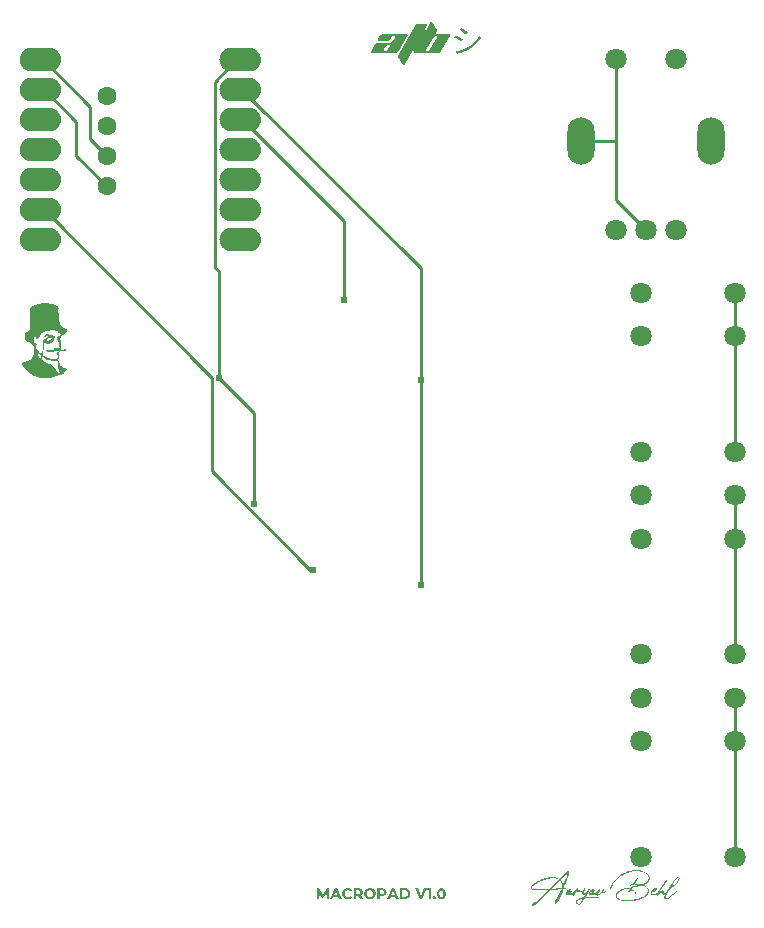
<source format=gtl>
G04 Layer: TopLayer*
G04 EasyEDA v6.5.47, 2024-10-01 18:36:09*
G04 3ec955026bfb45a2a6d22a94ecb3f8fa,969951738f564c6b9e5867b4eeab67b3,10*
G04 Gerber Generator version 0.2*
G04 Scale: 100 percent, Rotated: No, Reflected: No *
G04 Dimensions in inches *
G04 leading zeros omitted , absolute positions ,3 integer and 6 decimal *
%FSLAX36Y36*%
%MOIN*%

%ADD10C,0.0100*%
%ADD11C,0.0709*%
%ADD12C,0.0630*%
%ADD13O,0.09055099999999999X0.15747999999999998*%
%ADD14C,0.0240*%
%ADD15C,0.0164*%

%LPD*%
G36*
X405400Y1275120D02*
G01*
X404600Y1274880D01*
X402239Y1274840D01*
X397320Y1274200D01*
X393280Y1273560D01*
X386980Y1272200D01*
X381820Y1270760D01*
X376640Y1268840D01*
X371960Y1266640D01*
X368200Y1264480D01*
X366140Y1262980D01*
X364700Y1261620D01*
X363720Y1260380D01*
X363040Y1258960D01*
X362700Y1258020D01*
X362360Y1256560D01*
X362160Y1252080D01*
X362680Y1242060D01*
X363140Y1229080D01*
X363540Y1198540D01*
X362980Y1185860D01*
X353540Y1179840D01*
X350740Y1177780D01*
X347220Y1174340D01*
X345900Y1172440D01*
X345040Y1170420D01*
X344580Y1168400D01*
X344560Y1162980D01*
X345245Y1159400D01*
X374260Y1159400D01*
X374660Y1161160D01*
X376000Y1162460D01*
X378240Y1163180D01*
X379840Y1162780D01*
X381440Y1161380D01*
X382980Y1159160D01*
X385340Y1155100D01*
X386000Y1154400D01*
X386360Y1154400D01*
X389900Y1157920D01*
X393380Y1161660D01*
X395580Y1164800D01*
X396860Y1167140D01*
X398920Y1172000D01*
X400200Y1174340D01*
X401560Y1176060D01*
X403140Y1177620D01*
X405080Y1179080D01*
X407020Y1180020D01*
X408960Y1180660D01*
X412520Y1181560D01*
X415740Y1182220D01*
X419460Y1182860D01*
X424140Y1183480D01*
X433840Y1184380D01*
X443860Y1184420D01*
X448540Y1183820D01*
X451780Y1183000D01*
X454860Y1181600D01*
X456960Y1179940D01*
X459200Y1177480D01*
X461340Y1175420D01*
X464480Y1173120D01*
X465000Y1172360D01*
X464380Y1171260D01*
X462920Y1170100D01*
X460959Y1168800D01*
X457540Y1166980D01*
X455439Y1165580D01*
X454720Y1164560D01*
X454099Y1162760D01*
X454099Y1154620D01*
X454580Y1151660D01*
X454880Y1150560D01*
X455740Y1148060D01*
X458300Y1141340D01*
X459720Y1136320D01*
X460400Y1132740D01*
X460959Y1127820D01*
X460560Y1126560D01*
X460000Y1126280D01*
X457299Y1125920D01*
X453540Y1125920D01*
X447740Y1126240D01*
X444660Y1126600D01*
X443459Y1127180D01*
X442480Y1127180D01*
X442480Y1126060D01*
X443360Y1124340D01*
X445280Y1122600D01*
X444680Y1122180D01*
X444260Y1122180D01*
X443700Y1121860D01*
X440620Y1120900D01*
X439980Y1120620D01*
X435460Y1119160D01*
X432700Y1118460D01*
X430439Y1118080D01*
X422360Y1118200D01*
X420340Y1118880D01*
X415900Y1120860D01*
X414540Y1121280D01*
X414040Y1120880D01*
X414040Y1119780D01*
X414760Y1118500D01*
X416060Y1116940D01*
X418900Y1114360D01*
X421240Y1112840D01*
X422520Y1112200D01*
X424620Y1111460D01*
X429640Y1111460D01*
X434159Y1112180D01*
X439500Y1113400D01*
X446599Y1116080D01*
X448540Y1116620D01*
X453340Y1116580D01*
X455980Y1116220D01*
X457420Y1115860D01*
X458320Y1115440D01*
X458840Y1114660D01*
X458420Y1113720D01*
X456980Y1112480D01*
X456659Y1112480D01*
X455800Y1111900D01*
X453519Y1111220D01*
X452780Y1110460D01*
X452960Y1108480D01*
X453620Y1105980D01*
X455080Y1099360D01*
X455080Y1096220D01*
X453920Y1092840D01*
X453120Y1091120D01*
X452040Y1089680D01*
X450560Y1089020D01*
X444180Y1089000D01*
X438840Y1088700D01*
X433360Y1088660D01*
X431900Y1089040D01*
X429720Y1089940D01*
X429540Y1089940D01*
X427540Y1091120D01*
X425280Y1092200D01*
X421500Y1093540D01*
X419140Y1094520D01*
X415260Y1096380D01*
X411540Y1098460D01*
X409120Y1100000D01*
X407180Y1101600D01*
X406640Y1102220D01*
X406420Y1103520D01*
X406800Y1108800D01*
X409040Y1130700D01*
X410020Y1144620D01*
X410280Y1145880D01*
X410660Y1146560D01*
X411280Y1146880D01*
X411960Y1146880D01*
X412960Y1144700D01*
X414360Y1142540D01*
X415379Y1141560D01*
X417200Y1140340D01*
X418620Y1139080D01*
X419720Y1138880D01*
X422360Y1139080D01*
X424460Y1139400D01*
X427860Y1140120D01*
X430500Y1141080D01*
X431740Y1141640D01*
X433360Y1142580D01*
X434640Y1143500D01*
X437400Y1146180D01*
X438360Y1147440D01*
X438560Y1147600D01*
X440480Y1150400D01*
X441160Y1151820D01*
X441520Y1154060D01*
X441520Y1159660D01*
X442100Y1160180D01*
X443180Y1160380D01*
X444980Y1161240D01*
X445780Y1162060D01*
X445900Y1163860D01*
X445540Y1165180D01*
X444680Y1166160D01*
X443540Y1166840D01*
X442239Y1167200D01*
X437239Y1167860D01*
X433840Y1168500D01*
X431260Y1169160D01*
X427600Y1170660D01*
X427460Y1170660D01*
X425340Y1171600D01*
X424940Y1171600D01*
X424620Y1171860D01*
X422440Y1172540D01*
X420300Y1172540D01*
X417360Y1171540D01*
X414940Y1170300D01*
X412520Y1168740D01*
X409940Y1166680D01*
X407600Y1164520D01*
X407060Y1163440D01*
X407280Y1162320D01*
X407939Y1161060D01*
X408400Y1160620D01*
X410260Y1161320D01*
X418320Y1164880D01*
X421599Y1165940D01*
X424460Y1166040D01*
X424460Y1165600D01*
X423180Y1164760D01*
X420420Y1163740D01*
X418440Y1162820D01*
X415980Y1160800D01*
X415980Y1160580D01*
X415080Y1159640D01*
X412440Y1155880D01*
X411700Y1155100D01*
X410980Y1154700D01*
X408480Y1154700D01*
X406719Y1154320D01*
X405680Y1153320D01*
X405300Y1151760D01*
X405474Y1150180D01*
X407860Y1150180D01*
X408380Y1151600D01*
X409120Y1151220D01*
X409840Y1150400D01*
X409840Y1150080D01*
X409460Y1149700D01*
X408280Y1149700D01*
X407860Y1150180D01*
X405474Y1150180D01*
X405789Y1147320D01*
X417600Y1147320D01*
X417600Y1149460D01*
X418060Y1151820D01*
X418380Y1152840D01*
X419219Y1154480D01*
X420680Y1156280D01*
X422860Y1157840D01*
X424540Y1158640D01*
X425920Y1159060D01*
X428300Y1159080D01*
X432220Y1158760D01*
X434900Y1158420D01*
X435460Y1158000D01*
X434540Y1157260D01*
X434080Y1156400D01*
X434080Y1155100D01*
X433640Y1153720D01*
X432920Y1153140D01*
X431019Y1153140D01*
X427860Y1152480D01*
X425920Y1151860D01*
X423660Y1150900D01*
X421599Y1149700D01*
X421460Y1149700D01*
X418080Y1147500D01*
X417600Y1147320D01*
X405789Y1147320D01*
X406019Y1144780D01*
X406019Y1131480D01*
X404660Y1120680D01*
X402720Y1108640D01*
X402020Y1105720D01*
X401640Y1105560D01*
X400880Y1105940D01*
X397680Y1108160D01*
X394720Y1110980D01*
X392960Y1112880D01*
X388560Y1118220D01*
X386260Y1121380D01*
X384140Y1124600D01*
X382400Y1128040D01*
X381420Y1131180D01*
X381420Y1134300D01*
X382160Y1135540D01*
X383120Y1135660D01*
X386500Y1135020D01*
X388519Y1134820D01*
X388519Y1135400D01*
X386980Y1136820D01*
X381160Y1141240D01*
X378480Y1143640D01*
X377280Y1145400D01*
X376620Y1146800D01*
X375940Y1149000D01*
X375300Y1151820D01*
X374660Y1155720D01*
X374260Y1159400D01*
X345245Y1159400D01*
X346040Y1156820D01*
X347180Y1154360D01*
X348100Y1153060D01*
X350160Y1151040D01*
X352580Y1149120D01*
X357000Y1146260D01*
X357160Y1146260D01*
X359840Y1144780D01*
X367740Y1140920D01*
X369560Y1139720D01*
X370140Y1138860D01*
X371440Y1136480D01*
X374960Y1131100D01*
X374989Y1115140D01*
X384600Y1115140D01*
X385860Y1114160D01*
X393940Y1107080D01*
X397860Y1103320D01*
X399799Y1101040D01*
X400480Y1099660D01*
X400460Y1097220D01*
X399380Y1093320D01*
X398760Y1091660D01*
X398540Y1091460D01*
X398540Y1090960D01*
X397800Y1090060D01*
X397160Y1090380D01*
X395700Y1091900D01*
X394080Y1093940D01*
X392780Y1095820D01*
X388160Y1105360D01*
X385140Y1111920D01*
X384320Y1113940D01*
X384120Y1115140D01*
X374989Y1115140D01*
X375000Y1109580D01*
X374620Y1106460D01*
X374300Y1104880D01*
X373740Y1102860D01*
X372620Y1100040D01*
X370379Y1095660D01*
X369460Y1094360D01*
X369460Y1094160D01*
X368100Y1092220D01*
X366500Y1090180D01*
X364260Y1087600D01*
X361659Y1085240D01*
X360300Y1084340D01*
X358240Y1083420D01*
X351860Y1081340D01*
X345400Y1079620D01*
X340780Y1078500D01*
X338680Y1077880D01*
X337879Y1077380D01*
X337299Y1076760D01*
X337060Y1075940D01*
X337080Y1070160D01*
X338280Y1067760D01*
X339980Y1065780D01*
X345140Y1059220D01*
X348700Y1055140D01*
X353200Y1050300D01*
X360820Y1042940D01*
X363400Y1040759D01*
X367580Y1037680D01*
X371880Y1034880D01*
X376820Y1032260D01*
X377939Y1031780D01*
X386820Y1029080D01*
X390620Y1028020D01*
X395540Y1026800D01*
X399099Y1026140D01*
X404120Y1025520D01*
X408160Y1025140D01*
X419940Y1025120D01*
X427460Y1026000D01*
X430920Y1026600D01*
X435700Y1027780D01*
X453680Y1034260D01*
X453960Y1034260D01*
X456860Y1035520D01*
X457020Y1035520D01*
X459380Y1036600D01*
X460580Y1037720D01*
X460580Y1038319D01*
X460180Y1039180D01*
X459640Y1039980D01*
X457020Y1044620D01*
X453400Y1049520D01*
X450180Y1053260D01*
X442239Y1061560D01*
X437720Y1066400D01*
X436079Y1068000D01*
X434159Y1069260D01*
X418000Y1076980D01*
X402380Y1085340D01*
X401740Y1086200D01*
X401760Y1088940D01*
X402220Y1090660D01*
X402760Y1092220D01*
X403760Y1094560D01*
X404760Y1096200D01*
X405800Y1096200D01*
X416740Y1089040D01*
X419780Y1087500D01*
X422040Y1086640D01*
X424300Y1085940D01*
X429240Y1084800D01*
X436100Y1083560D01*
X439219Y1082900D01*
X439580Y1082760D01*
X440080Y1082760D01*
X440959Y1082160D01*
X444980Y1081860D01*
X448360Y1082120D01*
X449340Y1082820D01*
X450760Y1084340D01*
X452160Y1085260D01*
X453120Y1085260D01*
X454080Y1084480D01*
X455140Y1082280D01*
X455820Y1080480D01*
X456440Y1078460D01*
X457020Y1075800D01*
X457340Y1071980D01*
X457380Y1062500D01*
X457600Y1052480D01*
X459920Y1047560D01*
X459920Y1047400D01*
X461180Y1044440D01*
X463280Y1039020D01*
X464180Y1037220D01*
X465040Y1036320D01*
X465980Y1036500D01*
X469560Y1038460D01*
X472440Y1040620D01*
X475680Y1043720D01*
X479900Y1048420D01*
X482500Y1051580D01*
X483800Y1053440D01*
X484480Y1054600D01*
X484480Y1055320D01*
X483440Y1056300D01*
X481019Y1058020D01*
X479880Y1058620D01*
X477140Y1060260D01*
X468740Y1064660D01*
X465820Y1066540D01*
X463519Y1068800D01*
X462520Y1070840D01*
X462520Y1071180D01*
X461360Y1073880D01*
X457020Y1086640D01*
X457340Y1089080D01*
X457680Y1093320D01*
X458320Y1099720D01*
X459300Y1107700D01*
X460120Y1111540D01*
X461280Y1114220D01*
X462100Y1114620D01*
X465660Y1114960D01*
X472440Y1115300D01*
X477180Y1115300D01*
X478180Y1115480D01*
X482160Y1119280D01*
X483840Y1121460D01*
X484500Y1122820D01*
X484300Y1123120D01*
X483600Y1123120D01*
X477140Y1121160D01*
X471960Y1119920D01*
X468900Y1119900D01*
X465060Y1121120D01*
X464300Y1121780D01*
X464600Y1125060D01*
X464780Y1134760D01*
X465100Y1142280D01*
X465460Y1148000D01*
X465060Y1150260D01*
X463100Y1156460D01*
X463080Y1159320D01*
X463540Y1160420D01*
X465420Y1163160D01*
X469219Y1167760D01*
X471940Y1170500D01*
X474540Y1172180D01*
X477420Y1173500D01*
X479240Y1174700D01*
X481260Y1176780D01*
X483800Y1180460D01*
X486100Y1183420D01*
X487060Y1185240D01*
X487060Y1187500D01*
X485920Y1188780D01*
X482939Y1190420D01*
X466960Y1198360D01*
X466580Y1198740D01*
X463280Y1206880D01*
X462020Y1210600D01*
X460700Y1215800D01*
X459780Y1221100D01*
X458320Y1231900D01*
X457680Y1238480D01*
X457320Y1244720D01*
X457420Y1255360D01*
X458000Y1256440D01*
X458360Y1258600D01*
X457939Y1260220D01*
X457340Y1261580D01*
X456220Y1263180D01*
X455000Y1264440D01*
X453380Y1265720D01*
X449940Y1267920D01*
X444180Y1270600D01*
X442080Y1271380D01*
X438040Y1272600D01*
X434360Y1273420D01*
X430760Y1274040D01*
X426320Y1274620D01*
X422360Y1275020D01*
G37*
G36*
X1797900Y2194000D02*
G01*
X1793600Y2187400D01*
X1797160Y2185280D01*
X1805740Y2179740D01*
X1813940Y2174100D01*
X1817000Y2171800D01*
X1821600Y2178500D01*
X1814840Y2183260D01*
X1805860Y2189180D01*
X1801560Y2191880D01*
G37*
G36*
X1781500Y2169400D02*
G01*
X1777100Y2162700D01*
X1780760Y2160720D01*
X1784980Y2158220D01*
X1793820Y2152580D01*
X1797740Y2149940D01*
X1800900Y2147700D01*
X1805400Y2154700D01*
X1802440Y2156700D01*
X1794040Y2161980D01*
X1785140Y2167320D01*
G37*
G36*
X1860400Y2168300D02*
G01*
X1858060Y2164480D01*
X1855500Y2160700D01*
X1852740Y2157000D01*
X1849760Y2153380D01*
X1846560Y2149820D01*
X1843180Y2146380D01*
X1839600Y2143020D01*
X1835820Y2139800D01*
X1831860Y2136680D01*
X1827720Y2133720D01*
X1823400Y2130880D01*
X1818899Y2128200D01*
X1814660Y2125920D01*
X1810200Y2123820D01*
X1805600Y2121900D01*
X1800880Y2120180D01*
X1796140Y2118640D01*
X1791399Y2117320D01*
X1786740Y2116200D01*
X1782200Y2115300D01*
X1786699Y2107400D01*
X1790740Y2108340D01*
X1795120Y2109540D01*
X1799780Y2110960D01*
X1804560Y2112580D01*
X1809400Y2114420D01*
X1814160Y2116440D01*
X1818760Y2118640D01*
X1823100Y2121000D01*
X1827420Y2123660D01*
X1831639Y2126460D01*
X1835720Y2129420D01*
X1839680Y2132500D01*
X1843480Y2135700D01*
X1847140Y2139000D01*
X1850620Y2142400D01*
X1853920Y2145860D01*
X1857040Y2149400D01*
X1859940Y2153000D01*
X1862640Y2156640D01*
X1865100Y2160300D01*
G37*
G36*
X1700100Y2213700D02*
G01*
X1699120Y2213500D01*
X1698160Y2212920D01*
X1697220Y2211960D01*
X1696300Y2210600D01*
X1680840Y2183840D01*
X1680460Y2183880D01*
X1679420Y2184400D01*
X1678800Y2185280D01*
X1678600Y2186500D01*
X1678640Y2187160D01*
X1679040Y2188620D01*
X1679400Y2189400D01*
X1686399Y2201440D01*
X1686680Y2202160D01*
X1686900Y2203500D01*
X1686699Y2204760D01*
X1686100Y2205680D01*
X1685100Y2206220D01*
X1683700Y2206400D01*
X1655300Y2206400D01*
X1654120Y2206300D01*
X1652900Y2205980D01*
X1651620Y2205440D01*
X1650300Y2204700D01*
X1649040Y2203840D01*
X1647960Y2202900D01*
X1647040Y2201860D01*
X1646300Y2200700D01*
X1591500Y2105700D01*
X1590760Y2104220D01*
X1590220Y2102680D01*
X1589900Y2101060D01*
X1589800Y2099400D01*
X1589840Y2098540D01*
X1590200Y2097040D01*
X1590500Y2096399D01*
X1606100Y2069800D01*
X1606459Y2069319D01*
X1606879Y2068980D01*
X1607320Y2068760D01*
X1607800Y2068700D01*
X1608779Y2068880D01*
X1609740Y2069460D01*
X1610680Y2070380D01*
X1611600Y2071699D01*
X1669600Y2172400D01*
X1670380Y2173520D01*
X1671300Y2174540D01*
X1672380Y2175520D01*
X1673600Y2176400D01*
X1674880Y2177100D01*
X1676140Y2177600D01*
X1677420Y2177900D01*
X1643116Y2118500D01*
X1683500Y2118500D01*
X1683560Y2119160D01*
X1684060Y2120560D01*
X1707400Y2161000D01*
X1708140Y2162160D01*
X1709040Y2163200D01*
X1710140Y2164140D01*
X1711399Y2165000D01*
X1712680Y2165740D01*
X1713920Y2166280D01*
X1715140Y2166600D01*
X1716300Y2166700D01*
X1717740Y2166520D01*
X1718779Y2166000D01*
X1719400Y2165120D01*
X1719600Y2163900D01*
X1719379Y2162520D01*
X1718700Y2161000D01*
X1695800Y2121300D01*
X1695020Y2120180D01*
X1694100Y2119140D01*
X1693020Y2118180D01*
X1691800Y2117300D01*
X1690520Y2116600D01*
X1689280Y2116100D01*
X1688060Y2115800D01*
X1686900Y2115700D01*
X1685420Y2115880D01*
X1684340Y2116400D01*
X1683720Y2117280D01*
X1683500Y2118500D01*
X1643116Y2118500D01*
X1641500Y2115700D01*
X1640900Y2114180D01*
X1640740Y2113460D01*
X1640700Y2112800D01*
X1640900Y2111580D01*
X1641500Y2110700D01*
X1642500Y2110180D01*
X1643899Y2110000D01*
X1723200Y2110000D01*
X1724420Y2110100D01*
X1725660Y2110420D01*
X1726920Y2110960D01*
X1729460Y2112540D01*
X1730560Y2113500D01*
X1731459Y2114540D01*
X1732200Y2115700D01*
X1762040Y2167440D01*
X1762360Y2168160D01*
X1762540Y2168840D01*
X1762600Y2169500D01*
X1762400Y2170760D01*
X1761780Y2171680D01*
X1760740Y2172220D01*
X1759300Y2172400D01*
X1719600Y2172400D01*
X1718060Y2172560D01*
X1716980Y2173080D01*
X1716320Y2173920D01*
X1716100Y2175100D01*
X1716260Y2176140D01*
X1716699Y2177300D01*
X1717320Y2178580D01*
X1717760Y2179920D01*
X1718020Y2181340D01*
X1718100Y2182800D01*
X1718060Y2183740D01*
X1717920Y2184580D01*
X1717700Y2185300D01*
X1701380Y2213080D01*
X1701000Y2213420D01*
X1700580Y2213640D01*
G37*
G36*
X1538700Y2172400D02*
G01*
X1537520Y2172300D01*
X1536300Y2171980D01*
X1535020Y2171440D01*
X1533700Y2170700D01*
X1532480Y2169840D01*
X1531420Y2168900D01*
X1530540Y2167840D01*
X1523100Y2155400D01*
X1522500Y2153880D01*
X1522340Y2153160D01*
X1522300Y2152500D01*
X1522500Y2151280D01*
X1523120Y2150400D01*
X1524160Y2149880D01*
X1525600Y2149700D01*
X1554000Y2149700D01*
X1555140Y2149800D01*
X1556320Y2150100D01*
X1557580Y2150600D01*
X1558899Y2151300D01*
X1560120Y2152200D01*
X1561180Y2153180D01*
X1562060Y2154240D01*
X1566100Y2161000D01*
X1566920Y2162160D01*
X1567880Y2163200D01*
X1568959Y2164140D01*
X1570200Y2165000D01*
X1571480Y2165740D01*
X1572720Y2166280D01*
X1573940Y2166600D01*
X1575100Y2166700D01*
X1576500Y2166520D01*
X1577500Y2166000D01*
X1578100Y2165120D01*
X1578300Y2163900D01*
X1578100Y2162520D01*
X1577500Y2161000D01*
X1571000Y2149700D01*
X1570220Y2148560D01*
X1569300Y2147500D01*
X1568220Y2146560D01*
X1567000Y2145700D01*
X1565720Y2144960D01*
X1564440Y2144420D01*
X1563220Y2144100D01*
X1562000Y2144000D01*
X1522300Y2144000D01*
X1521140Y2143900D01*
X1519920Y2143600D01*
X1518680Y2143100D01*
X1517400Y2142400D01*
X1516160Y2141500D01*
X1515080Y2140520D01*
X1514120Y2139460D01*
X1513300Y2138300D01*
X1501823Y2118500D01*
X1542400Y2118500D01*
X1542440Y2119160D01*
X1542840Y2120560D01*
X1543200Y2121300D01*
X1549800Y2132700D01*
X1550540Y2133820D01*
X1551420Y2134860D01*
X1552480Y2135820D01*
X1553700Y2136700D01*
X1554980Y2137400D01*
X1556260Y2137900D01*
X1557480Y2138200D01*
X1558700Y2138300D01*
X1560140Y2138120D01*
X1561180Y2137600D01*
X1561800Y2136720D01*
X1562000Y2135500D01*
X1561800Y2134140D01*
X1561200Y2132700D01*
X1554600Y2121300D01*
X1553860Y2120180D01*
X1552960Y2119140D01*
X1551860Y2118180D01*
X1550600Y2117300D01*
X1549319Y2116600D01*
X1548060Y2116100D01*
X1546819Y2115800D01*
X1545600Y2115700D01*
X1544199Y2115880D01*
X1543200Y2116400D01*
X1542600Y2117280D01*
X1542400Y2118500D01*
X1501823Y2118500D01*
X1500200Y2115700D01*
X1499600Y2114180D01*
X1499440Y2113460D01*
X1499400Y2112800D01*
X1499600Y2111580D01*
X1500220Y2110700D01*
X1501260Y2110180D01*
X1502700Y2110000D01*
X1582100Y2110000D01*
X1583240Y2110100D01*
X1584420Y2110420D01*
X1585680Y2110960D01*
X1587000Y2111700D01*
X1588220Y2112540D01*
X1589280Y2113500D01*
X1590160Y2114540D01*
X1590900Y2115700D01*
X1620500Y2166700D01*
X1620860Y2167440D01*
X1621260Y2168840D01*
X1621300Y2169500D01*
X1621100Y2170760D01*
X1620500Y2171680D01*
X1619500Y2172220D01*
X1618100Y2172400D01*
G37*
G36*
X1422000Y-674400D02*
G01*
X1420000Y-674479D01*
X1418080Y-674720D01*
X1416240Y-675140D01*
X1414500Y-675699D01*
X1412800Y-676420D01*
X1411220Y-677300D01*
X1409760Y-678319D01*
X1408400Y-679500D01*
X1407220Y-680800D01*
X1406140Y-682200D01*
X1405220Y-683700D01*
X1404400Y-685300D01*
X1403779Y-686979D01*
X1403360Y-688760D01*
X1403080Y-690580D01*
X1403000Y-692500D01*
X1403080Y-694419D01*
X1403360Y-696240D01*
X1403779Y-698020D01*
X1404400Y-699700D01*
X1405220Y-701300D01*
X1406140Y-702800D01*
X1407220Y-704200D01*
X1408400Y-705500D01*
X1409760Y-706680D01*
X1411200Y-707700D01*
X1412740Y-708580D01*
X1414400Y-709300D01*
X1416180Y-709860D01*
X1418040Y-710280D01*
X1419980Y-710520D01*
X1422000Y-710600D01*
X1424240Y-710500D01*
X1426360Y-710200D01*
X1428340Y-709700D01*
X1430200Y-709000D01*
X1431980Y-708100D01*
X1433600Y-707020D01*
X1435080Y-705759D01*
X1436399Y-704300D01*
X1431200Y-699500D01*
X1430280Y-700480D01*
X1429300Y-701360D01*
X1428280Y-702080D01*
X1427200Y-702700D01*
X1426080Y-703139D01*
X1424900Y-703460D01*
X1423680Y-703640D01*
X1422400Y-703700D01*
X1420080Y-703500D01*
X1418959Y-703259D01*
X1417900Y-702900D01*
X1416940Y-702460D01*
X1416020Y-701919D01*
X1414400Y-700600D01*
X1413680Y-699820D01*
X1412480Y-698020D01*
X1412000Y-697000D01*
X1411639Y-695960D01*
X1411399Y-694880D01*
X1411200Y-692500D01*
X1411399Y-690120D01*
X1411639Y-689040D01*
X1412000Y-688000D01*
X1412480Y-686979D01*
X1413680Y-685180D01*
X1415180Y-683700D01*
X1416020Y-683080D01*
X1416940Y-682540D01*
X1417900Y-682099D01*
X1420080Y-681500D01*
X1421220Y-681340D01*
X1423680Y-681360D01*
X1424900Y-681540D01*
X1426080Y-681860D01*
X1427200Y-682300D01*
X1428280Y-682900D01*
X1429300Y-683620D01*
X1430280Y-684460D01*
X1431200Y-685400D01*
X1436399Y-680600D01*
X1435080Y-679180D01*
X1433600Y-677960D01*
X1431980Y-676880D01*
X1430200Y-676000D01*
X1428340Y-675300D01*
X1426360Y-674800D01*
X1424240Y-674500D01*
G37*
G36*
X1495600Y-674400D02*
G01*
X1493580Y-674479D01*
X1491639Y-674720D01*
X1489780Y-675140D01*
X1488000Y-675699D01*
X1486300Y-676460D01*
X1484720Y-677340D01*
X1483260Y-678360D01*
X1481900Y-679500D01*
X1480660Y-680800D01*
X1479580Y-682200D01*
X1478620Y-683700D01*
X1477800Y-685300D01*
X1477180Y-686979D01*
X1476759Y-688760D01*
X1476480Y-690580D01*
X1476399Y-692500D01*
X1484600Y-692500D01*
X1484800Y-690120D01*
X1485400Y-688000D01*
X1485880Y-686979D01*
X1487080Y-685180D01*
X1488580Y-683700D01*
X1490280Y-682540D01*
X1491200Y-682099D01*
X1493300Y-681500D01*
X1494420Y-681340D01*
X1495600Y-681300D01*
X1497820Y-681500D01*
X1498880Y-681740D01*
X1500860Y-682540D01*
X1501780Y-683080D01*
X1503400Y-684400D01*
X1504100Y-685180D01*
X1505260Y-686979D01*
X1505700Y-688000D01*
X1506300Y-690120D01*
X1506459Y-691280D01*
X1506440Y-693720D01*
X1506300Y-694880D01*
X1505700Y-697000D01*
X1505260Y-698020D01*
X1504100Y-699820D01*
X1503400Y-700600D01*
X1501780Y-701919D01*
X1500860Y-702460D01*
X1499900Y-702900D01*
X1497820Y-703500D01*
X1496740Y-703660D01*
X1494420Y-703640D01*
X1493300Y-703500D01*
X1492220Y-703259D01*
X1490240Y-702460D01*
X1489319Y-701919D01*
X1487700Y-700600D01*
X1486420Y-698940D01*
X1485400Y-697000D01*
X1484800Y-694820D01*
X1484600Y-692500D01*
X1476399Y-692500D01*
X1476480Y-694419D01*
X1476759Y-696240D01*
X1477180Y-698020D01*
X1477800Y-699700D01*
X1478620Y-701300D01*
X1479540Y-702800D01*
X1480620Y-704200D01*
X1481800Y-705500D01*
X1483160Y-706640D01*
X1484620Y-707660D01*
X1486200Y-708540D01*
X1487900Y-709300D01*
X1489740Y-709860D01*
X1491620Y-710280D01*
X1493580Y-710520D01*
X1495600Y-710600D01*
X1497620Y-710520D01*
X1499540Y-710280D01*
X1501420Y-709860D01*
X1503200Y-709300D01*
X1504880Y-708540D01*
X1506459Y-707660D01*
X1507880Y-706640D01*
X1509199Y-705500D01*
X1510440Y-704200D01*
X1511519Y-702800D01*
X1512480Y-701300D01*
X1513300Y-699700D01*
X1513920Y-698020D01*
X1514340Y-696240D01*
X1514620Y-694419D01*
X1514700Y-692500D01*
X1514620Y-690580D01*
X1514360Y-688740D01*
X1513920Y-686979D01*
X1513300Y-685300D01*
X1512480Y-683700D01*
X1511519Y-682200D01*
X1510440Y-680800D01*
X1509199Y-679500D01*
X1507880Y-678360D01*
X1506459Y-677340D01*
X1504880Y-676460D01*
X1503200Y-675699D01*
X1501420Y-675140D01*
X1499540Y-674720D01*
X1497620Y-674479D01*
G37*
G36*
X1734000Y-674400D02*
G01*
X1731900Y-674539D01*
X1729920Y-674920D01*
X1728060Y-675580D01*
X1726300Y-676500D01*
X1724680Y-677680D01*
X1723240Y-679100D01*
X1721980Y-680780D01*
X1720900Y-682700D01*
X1719480Y-687200D01*
X1719000Y-692500D01*
X1727200Y-692500D01*
X1727400Y-688940D01*
X1727660Y-687440D01*
X1728000Y-686100D01*
X1728480Y-684940D01*
X1729040Y-683920D01*
X1729680Y-683080D01*
X1730400Y-682400D01*
X1731220Y-681919D01*
X1732100Y-681580D01*
X1733020Y-681360D01*
X1734000Y-681300D01*
X1734960Y-681360D01*
X1735880Y-681580D01*
X1736720Y-681919D01*
X1737500Y-682400D01*
X1738240Y-683080D01*
X1738899Y-683920D01*
X1739440Y-684940D01*
X1739900Y-686100D01*
X1740300Y-687440D01*
X1740580Y-688960D01*
X1740740Y-690639D01*
X1740800Y-692500D01*
X1740740Y-694360D01*
X1740580Y-696060D01*
X1740300Y-697560D01*
X1739900Y-698900D01*
X1739440Y-700060D01*
X1738899Y-701080D01*
X1738240Y-701919D01*
X1737500Y-702600D01*
X1736720Y-703120D01*
X1735880Y-703500D01*
X1734960Y-703720D01*
X1734000Y-703800D01*
X1733020Y-703720D01*
X1732100Y-703500D01*
X1731220Y-703120D01*
X1730400Y-702600D01*
X1729680Y-701919D01*
X1729060Y-701080D01*
X1728480Y-700060D01*
X1728000Y-698900D01*
X1727660Y-697560D01*
X1727400Y-696040D01*
X1727200Y-692500D01*
X1719000Y-692500D01*
X1719480Y-697800D01*
X1720900Y-702300D01*
X1721980Y-704220D01*
X1723240Y-705900D01*
X1724680Y-707320D01*
X1726300Y-708500D01*
X1728060Y-709419D01*
X1729920Y-710080D01*
X1731900Y-710460D01*
X1734000Y-710600D01*
X1736100Y-710460D01*
X1738080Y-710080D01*
X1739940Y-709419D01*
X1741699Y-708500D01*
X1743300Y-707320D01*
X1744720Y-705900D01*
X1745960Y-704220D01*
X1747000Y-702300D01*
X1748500Y-697800D01*
X1749000Y-692500D01*
X1748500Y-687200D01*
X1747000Y-682700D01*
X1745960Y-680780D01*
X1744720Y-679100D01*
X1743300Y-677680D01*
X1741699Y-676500D01*
X1739940Y-675580D01*
X1738080Y-674920D01*
X1736100Y-674539D01*
G37*
G36*
X1319100Y-675000D02*
G01*
X1319100Y-710000D01*
X1326800Y-710000D01*
X1326800Y-689419D01*
X1337000Y-706300D01*
X1340700Y-706300D01*
X1350920Y-689100D01*
X1351000Y-710000D01*
X1358600Y-710000D01*
X1358500Y-675000D01*
X1351800Y-675000D01*
X1338940Y-696760D01*
X1325900Y-675000D01*
G37*
G36*
X1377900Y-675000D02*
G01*
X1368361Y-696400D01*
X1376279Y-696400D01*
X1381900Y-682940D01*
X1387460Y-696400D01*
X1368361Y-696400D01*
X1362300Y-710000D01*
X1370600Y-710000D01*
X1373740Y-702500D01*
X1390000Y-702500D01*
X1393100Y-710000D01*
X1401500Y-710000D01*
X1385900Y-675000D01*
G37*
G36*
X1441900Y-675000D02*
G01*
X1441900Y-681600D01*
X1456600Y-681600D01*
X1458340Y-681700D01*
X1459840Y-682000D01*
X1461140Y-682500D01*
X1462200Y-683199D01*
X1462980Y-684080D01*
X1463540Y-685120D01*
X1463880Y-686340D01*
X1464000Y-687700D01*
X1463880Y-689040D01*
X1463540Y-690220D01*
X1462980Y-691280D01*
X1462200Y-692200D01*
X1461140Y-692900D01*
X1459840Y-693400D01*
X1458340Y-693700D01*
X1456600Y-693800D01*
X1450000Y-693800D01*
X1450000Y-681600D01*
X1441900Y-681600D01*
X1441900Y-710000D01*
X1450000Y-710000D01*
X1450000Y-700300D01*
X1457440Y-700280D01*
X1464100Y-710000D01*
X1472900Y-710000D01*
X1465100Y-698800D01*
X1466699Y-697920D01*
X1468120Y-696900D01*
X1469360Y-695720D01*
X1470400Y-694400D01*
X1471180Y-692940D01*
X1471759Y-691320D01*
X1472080Y-689580D01*
X1472200Y-687700D01*
X1472080Y-685819D01*
X1471759Y-684060D01*
X1471180Y-682420D01*
X1470400Y-680900D01*
X1469360Y-679539D01*
X1468120Y-678360D01*
X1466699Y-677340D01*
X1465100Y-676500D01*
X1463320Y-675840D01*
X1461380Y-675380D01*
X1459259Y-675100D01*
X1457000Y-675000D01*
G37*
G36*
X1520800Y-675000D02*
G01*
X1520800Y-681600D01*
X1535500Y-681600D01*
X1537280Y-681700D01*
X1538800Y-682000D01*
X1540080Y-682500D01*
X1541100Y-683199D01*
X1541940Y-684080D01*
X1542520Y-685120D01*
X1542880Y-686340D01*
X1543000Y-687700D01*
X1542880Y-689040D01*
X1542520Y-690220D01*
X1541940Y-691280D01*
X1541100Y-692200D01*
X1540080Y-692900D01*
X1538800Y-693400D01*
X1537280Y-693700D01*
X1535500Y-693800D01*
X1528899Y-693800D01*
X1528899Y-681600D01*
X1520800Y-681600D01*
X1520800Y-710000D01*
X1528899Y-710000D01*
X1528899Y-700300D01*
X1536000Y-700300D01*
X1538260Y-700200D01*
X1540380Y-699920D01*
X1542320Y-699460D01*
X1544100Y-698800D01*
X1545700Y-697960D01*
X1547100Y-696979D01*
X1548300Y-695819D01*
X1549300Y-694500D01*
X1550140Y-692980D01*
X1550720Y-691360D01*
X1551080Y-689580D01*
X1551200Y-687700D01*
X1551080Y-685819D01*
X1550720Y-684060D01*
X1550140Y-682420D01*
X1549300Y-680900D01*
X1548300Y-679539D01*
X1547100Y-678360D01*
X1545700Y-677340D01*
X1544100Y-676500D01*
X1542320Y-675840D01*
X1540380Y-675380D01*
X1538260Y-675100D01*
X1536000Y-675000D01*
G37*
G36*
X1568400Y-675000D02*
G01*
X1558861Y-696400D01*
X1566780Y-696400D01*
X1572400Y-682940D01*
X1577960Y-696400D01*
X1558861Y-696400D01*
X1552800Y-710000D01*
X1561100Y-710000D01*
X1564240Y-702500D01*
X1580500Y-702500D01*
X1583600Y-710000D01*
X1592100Y-710000D01*
X1576399Y-675000D01*
G37*
G36*
X1595700Y-675000D02*
G01*
X1595700Y-681600D01*
X1611200Y-681600D01*
X1612900Y-681680D01*
X1614480Y-681940D01*
X1615940Y-682380D01*
X1617300Y-683000D01*
X1618520Y-683720D01*
X1619600Y-684580D01*
X1620520Y-685560D01*
X1621300Y-686700D01*
X1621920Y-687960D01*
X1622360Y-689340D01*
X1622620Y-690860D01*
X1622700Y-692500D01*
X1622620Y-694100D01*
X1622360Y-695580D01*
X1621920Y-696940D01*
X1621300Y-698199D01*
X1620520Y-699380D01*
X1619600Y-700400D01*
X1618520Y-701280D01*
X1617300Y-702000D01*
X1615940Y-702620D01*
X1614480Y-703060D01*
X1612900Y-703319D01*
X1611200Y-703400D01*
X1603800Y-703400D01*
X1603800Y-681600D01*
X1595700Y-681600D01*
X1595700Y-710000D01*
X1611600Y-710000D01*
X1616980Y-709460D01*
X1621699Y-707800D01*
X1623740Y-706640D01*
X1625560Y-705220D01*
X1627140Y-703580D01*
X1628500Y-701700D01*
X1629540Y-699659D01*
X1630300Y-697460D01*
X1630740Y-695060D01*
X1630900Y-692500D01*
X1630740Y-689940D01*
X1630300Y-687520D01*
X1629540Y-685280D01*
X1628500Y-683199D01*
X1627140Y-681360D01*
X1625560Y-679740D01*
X1623740Y-678360D01*
X1621699Y-677200D01*
X1616980Y-675540D01*
X1611600Y-675000D01*
G37*
G36*
X1646600Y-675000D02*
G01*
X1661699Y-710000D01*
X1669700Y-710000D01*
X1684700Y-675240D01*
X1684700Y-681500D01*
X1691600Y-681500D01*
X1691600Y-710000D01*
X1699800Y-710000D01*
X1699800Y-675000D01*
X1676800Y-675000D01*
X1665960Y-700060D01*
X1655300Y-675000D01*
G37*
G36*
X1710500Y-700699D02*
G01*
X1709540Y-700780D01*
X1708620Y-701020D01*
X1707780Y-701440D01*
X1707000Y-702000D01*
X1706380Y-702740D01*
X1705960Y-703580D01*
X1705680Y-704500D01*
X1705600Y-705500D01*
X1705680Y-706500D01*
X1705960Y-707420D01*
X1706380Y-708259D01*
X1707000Y-709000D01*
X1707780Y-709620D01*
X1708620Y-710040D01*
X1709540Y-710320D01*
X1710500Y-710400D01*
X1711459Y-710320D01*
X1712340Y-710060D01*
X1713160Y-709620D01*
X1713899Y-709000D01*
X1714520Y-708259D01*
X1714940Y-707420D01*
X1715220Y-706500D01*
X1715300Y-705500D01*
X1715220Y-704500D01*
X1714940Y-703580D01*
X1714520Y-702740D01*
X1713899Y-702000D01*
X1713160Y-701440D01*
X1712340Y-701020D01*
X1711459Y-700780D01*
G37*
G36*
X2381400Y-614160D02*
G01*
X2376480Y-614380D01*
X2371400Y-614940D01*
X2366180Y-615800D01*
X2360800Y-617000D01*
X2355400Y-618540D01*
X2350060Y-620380D01*
X2344820Y-622480D01*
X2339660Y-624900D01*
X2334600Y-627600D01*
X2329600Y-630600D01*
X2325500Y-633340D01*
X2321640Y-636240D01*
X2317980Y-639320D01*
X2314540Y-642560D01*
X2311300Y-646000D01*
X2308300Y-649599D01*
X2305540Y-653420D01*
X2304280Y-655380D01*
X2302060Y-659400D01*
X2300180Y-663580D01*
X2298660Y-667900D01*
X2297460Y-672400D01*
X2297000Y-674700D01*
X2297080Y-675220D01*
X2297400Y-675900D01*
X2297880Y-676580D01*
X2298500Y-677200D01*
X2299100Y-677560D01*
X2299700Y-677700D01*
X2300080Y-677560D01*
X2300300Y-677200D01*
X2300740Y-674940D01*
X2301900Y-670540D01*
X2302600Y-668400D01*
X2304280Y-664220D01*
X2306300Y-660200D01*
X2307440Y-658240D01*
X2310000Y-654440D01*
X2312860Y-650800D01*
X2315920Y-647320D01*
X2319200Y-644040D01*
X2322680Y-640920D01*
X2326380Y-637980D01*
X2330280Y-635220D01*
X2334760Y-632380D01*
X2339740Y-629580D01*
X2344800Y-627040D01*
X2349940Y-624800D01*
X2355160Y-622860D01*
X2360440Y-621220D01*
X2365760Y-619860D01*
X2370960Y-618840D01*
X2376000Y-618120D01*
X2380900Y-617740D01*
X2385660Y-617680D01*
X2387980Y-617760D01*
X2392500Y-618200D01*
X2397640Y-619100D01*
X2402320Y-620160D01*
X2406580Y-621420D01*
X2408560Y-622100D01*
X2412140Y-623620D01*
X2415300Y-625300D01*
X2416700Y-626200D01*
X2419240Y-628120D01*
X2421340Y-630160D01*
X2422960Y-632280D01*
X2424100Y-634500D01*
X2424820Y-636980D01*
X2425020Y-639480D01*
X2424740Y-642000D01*
X2424000Y-644599D01*
X2423000Y-646720D01*
X2421680Y-648740D01*
X2420040Y-650699D01*
X2418100Y-652600D01*
X2416300Y-654060D01*
X2412480Y-656720D01*
X2410480Y-657920D01*
X2406260Y-660040D01*
X2401800Y-661800D01*
X2397020Y-660819D01*
X2392260Y-660140D01*
X2387520Y-659740D01*
X2382800Y-659599D01*
X2378000Y-659700D01*
X2388400Y-642200D01*
X2388480Y-641740D01*
X2388400Y-641200D01*
X2388020Y-640600D01*
X2386900Y-639400D01*
X2386300Y-639100D01*
X2385760Y-639040D01*
X2385300Y-639200D01*
X2377480Y-647660D01*
X2377440Y-648120D01*
X2377620Y-648760D01*
X2378060Y-649440D01*
X2378800Y-650200D01*
X2372900Y-660100D01*
X2371800Y-660200D01*
X2367540Y-660980D01*
X2365820Y-661400D01*
X2364400Y-661900D01*
X2363300Y-662460D01*
X2362540Y-663100D01*
X2362140Y-663820D01*
X2362100Y-664599D01*
X2362200Y-664599D01*
X2362320Y-665060D01*
X2362687Y-665699D01*
X2365900Y-665699D01*
X2367000Y-665200D01*
X2368300Y-664760D01*
X2371900Y-664020D01*
X2376540Y-663439D01*
X2379160Y-663240D01*
X2384900Y-663100D01*
X2390140Y-663259D01*
X2395600Y-663700D01*
X2392760Y-664400D01*
X2387200Y-665460D01*
X2381900Y-666120D01*
X2376980Y-666400D01*
X2371820Y-666340D01*
X2369360Y-666200D01*
X2367380Y-665980D01*
X2365900Y-665699D01*
X2362687Y-665699D01*
X2363200Y-666400D01*
X2364040Y-667120D01*
X2365080Y-667740D01*
X2366300Y-668319D01*
X2367700Y-668800D01*
X2363700Y-675600D01*
X2361300Y-674860D01*
X2358880Y-674280D01*
X2356460Y-673840D01*
X2354040Y-673580D01*
X2351600Y-673500D01*
X2349180Y-673560D01*
X2346740Y-673800D01*
X2344300Y-674200D01*
X2341240Y-674920D01*
X2338320Y-675800D01*
X2335520Y-676820D01*
X2332840Y-678000D01*
X2330280Y-679340D01*
X2327860Y-680800D01*
X2325560Y-682440D01*
X2323400Y-684200D01*
X2321400Y-686060D01*
X2319680Y-687940D01*
X2318260Y-689880D01*
X2317100Y-691820D01*
X2316220Y-693800D01*
X2315640Y-695819D01*
X2315320Y-697840D01*
X2315300Y-699900D01*
X2315614Y-701900D01*
X2318600Y-701900D01*
X2318660Y-700040D01*
X2318980Y-698180D01*
X2319560Y-696360D01*
X2320380Y-694539D01*
X2321480Y-692740D01*
X2322840Y-690939D01*
X2324440Y-689160D01*
X2326300Y-687400D01*
X2328420Y-685680D01*
X2330660Y-684100D01*
X2333040Y-682660D01*
X2335520Y-681380D01*
X2338140Y-680260D01*
X2340860Y-679260D01*
X2343720Y-678400D01*
X2346700Y-677700D01*
X2348640Y-677380D01*
X2352540Y-677039D01*
X2356420Y-677140D01*
X2358360Y-677340D01*
X2360280Y-677660D01*
X2362200Y-678100D01*
X2357280Y-686420D01*
X2357280Y-686960D01*
X2357580Y-687660D01*
X2358060Y-688300D01*
X2358700Y-688880D01*
X2359300Y-689280D01*
X2359880Y-689460D01*
X2360340Y-689380D01*
X2366300Y-679400D01*
X2368580Y-680420D01*
X2370760Y-681640D01*
X2372860Y-683120D01*
X2374880Y-684800D01*
X2376800Y-686720D01*
X2378640Y-688860D01*
X2380420Y-691220D01*
X2382340Y-694160D01*
X2382940Y-694760D01*
X2383900Y-695380D01*
X2384500Y-695600D01*
X2384880Y-695380D01*
X2385100Y-695000D01*
X2385060Y-694479D01*
X2384700Y-693800D01*
X2382820Y-690879D01*
X2380880Y-688199D01*
X2378860Y-685780D01*
X2376760Y-683580D01*
X2374600Y-681620D01*
X2372360Y-679880D01*
X2370060Y-678379D01*
X2367700Y-677099D01*
X2372100Y-669599D01*
X2374280Y-669820D01*
X2379100Y-669900D01*
X2384160Y-669580D01*
X2389540Y-668900D01*
X2395240Y-667800D01*
X2399700Y-666700D01*
X2404100Y-665300D01*
X2407360Y-666240D01*
X2410400Y-667380D01*
X2413220Y-668740D01*
X2415800Y-670300D01*
X2418060Y-672140D01*
X2419840Y-674220D01*
X2421200Y-676520D01*
X2422100Y-679100D01*
X2422360Y-680960D01*
X2422380Y-682800D01*
X2422120Y-684640D01*
X2421600Y-686500D01*
X2420660Y-688540D01*
X2419460Y-690520D01*
X2418020Y-692480D01*
X2416360Y-694360D01*
X2414420Y-696200D01*
X2412260Y-697980D01*
X2409860Y-699720D01*
X2405320Y-702500D01*
X2401380Y-704580D01*
X2397220Y-706460D01*
X2392800Y-708180D01*
X2388140Y-709720D01*
X2383240Y-711080D01*
X2378480Y-712200D01*
X2374000Y-713080D01*
X2369520Y-713780D01*
X2365000Y-714320D01*
X2360460Y-714659D01*
X2355900Y-714800D01*
X2351300Y-714780D01*
X2346780Y-714539D01*
X2342380Y-714080D01*
X2338100Y-713379D01*
X2333940Y-712440D01*
X2329880Y-711280D01*
X2327900Y-710600D01*
X2323940Y-708760D01*
X2321080Y-706700D01*
X2319300Y-704419D01*
X2318600Y-701900D01*
X2315614Y-701900D01*
X2316380Y-704100D01*
X2317520Y-706020D01*
X2319040Y-707840D01*
X2320940Y-709539D01*
X2323240Y-711100D01*
X2325920Y-712560D01*
X2329000Y-713900D01*
X2333100Y-715220D01*
X2337340Y-716300D01*
X2341680Y-717159D01*
X2346140Y-717760D01*
X2350700Y-718139D01*
X2355400Y-718300D01*
X2360080Y-718259D01*
X2364740Y-718000D01*
X2369360Y-717580D01*
X2373960Y-716960D01*
X2378540Y-716160D01*
X2383100Y-715200D01*
X2388140Y-713860D01*
X2392960Y-712360D01*
X2397560Y-710699D01*
X2401940Y-708860D01*
X2406080Y-706860D01*
X2410000Y-704700D01*
X2412720Y-702980D01*
X2415200Y-701200D01*
X2417420Y-699360D01*
X2419380Y-697440D01*
X2421120Y-695500D01*
X2422580Y-693480D01*
X2423820Y-691420D01*
X2424800Y-689300D01*
X2425400Y-687180D01*
X2425680Y-685020D01*
X2425660Y-682840D01*
X2425300Y-680600D01*
X2424300Y-677580D01*
X2422960Y-674840D01*
X2421220Y-672380D01*
X2419100Y-670200D01*
X2416680Y-668280D01*
X2414060Y-666540D01*
X2411200Y-665020D01*
X2408100Y-663700D01*
X2411600Y-662080D01*
X2414920Y-660240D01*
X2418060Y-658139D01*
X2421000Y-655800D01*
X2423020Y-653820D01*
X2424740Y-651760D01*
X2426140Y-649620D01*
X2427200Y-647400D01*
X2428020Y-644460D01*
X2428280Y-641480D01*
X2427960Y-638460D01*
X2427100Y-635400D01*
X2426380Y-633760D01*
X2425480Y-632180D01*
X2424440Y-630620D01*
X2423220Y-629120D01*
X2421820Y-627640D01*
X2420280Y-626220D01*
X2418580Y-624840D01*
X2416700Y-623500D01*
X2413480Y-621540D01*
X2409820Y-619780D01*
X2405740Y-618200D01*
X2401200Y-616820D01*
X2396220Y-615660D01*
X2390800Y-614700D01*
X2386180Y-614260D01*
G37*
G36*
X2155600Y-615700D02*
G01*
X2154640Y-616280D01*
X2152800Y-617860D01*
X2150120Y-620380D01*
X2142660Y-627840D01*
X2127200Y-643700D01*
X2125440Y-642620D01*
X2123580Y-641660D01*
X2121660Y-640819D01*
X2119660Y-640100D01*
X2117600Y-639480D01*
X2115480Y-638960D01*
X2113300Y-638540D01*
X2111080Y-638220D01*
X2108800Y-638000D01*
X2104120Y-637840D01*
X2099300Y-638000D01*
X2094379Y-638500D01*
X2091879Y-638840D01*
X2086879Y-639760D01*
X2081879Y-640920D01*
X2076920Y-642320D01*
X2072000Y-643900D01*
X2067200Y-645660D01*
X2062540Y-647560D01*
X2058060Y-649580D01*
X2053800Y-651700D01*
X2049660Y-653920D01*
X2045820Y-656220D01*
X2042320Y-658560D01*
X2039199Y-660900D01*
X2036560Y-663180D01*
X2034400Y-665380D01*
X2032760Y-667500D01*
X2031699Y-669500D01*
X2031200Y-671420D01*
X2031360Y-673300D01*
X2031852Y-674380D01*
X2034340Y-674380D01*
X2034340Y-673880D01*
X2034800Y-672300D01*
X2035840Y-670420D01*
X2037440Y-668420D01*
X2039540Y-666300D01*
X2042100Y-664100D01*
X2045160Y-661820D01*
X2048580Y-659520D01*
X2052380Y-657220D01*
X2056500Y-655000D01*
X2060540Y-652980D01*
X2064780Y-651060D01*
X2069180Y-649220D01*
X2073700Y-647520D01*
X2078300Y-645960D01*
X2082980Y-644580D01*
X2087660Y-643400D01*
X2092340Y-642440D01*
X2097000Y-641720D01*
X2101560Y-641260D01*
X2106020Y-641080D01*
X2110340Y-641240D01*
X2112420Y-641420D01*
X2116460Y-642080D01*
X2120280Y-643120D01*
X2122080Y-643780D01*
X2123840Y-644539D01*
X2125500Y-645400D01*
X2124621Y-646300D01*
X2130600Y-646300D01*
X2149600Y-626940D01*
X2156300Y-620400D01*
X2157520Y-619340D01*
X2157800Y-619200D01*
X2157860Y-619440D01*
X2156460Y-622060D01*
X2155500Y-624600D01*
X2153700Y-630440D01*
X2150940Y-638240D01*
X2147100Y-648180D01*
X2140400Y-664599D01*
X2140080Y-662660D01*
X2139000Y-658800D01*
X2138280Y-656840D01*
X2137400Y-654920D01*
X2136380Y-653060D01*
X2135180Y-651260D01*
X2133840Y-649539D01*
X2132300Y-647880D01*
X2130600Y-646300D01*
X2124621Y-646300D01*
X2109900Y-661480D01*
X2094694Y-677000D01*
X2100700Y-677000D01*
X2129100Y-647800D01*
X2131740Y-650320D01*
X2133820Y-653120D01*
X2135380Y-656140D01*
X2136500Y-659400D01*
X2137080Y-662380D01*
X2137380Y-665440D01*
X2137400Y-668600D01*
X2137200Y-671800D01*
X2136200Y-673900D01*
X2120320Y-675460D01*
X2110840Y-676260D01*
X2100700Y-677000D01*
X2094694Y-677000D01*
X2094199Y-677500D01*
X2080960Y-678180D01*
X2068180Y-678580D01*
X2062180Y-678620D01*
X2056519Y-678540D01*
X2051279Y-678319D01*
X2046579Y-677960D01*
X2042460Y-677420D01*
X2039019Y-676720D01*
X2037580Y-676300D01*
X2036339Y-675819D01*
X2035320Y-675280D01*
X2034500Y-674700D01*
X2034340Y-674380D01*
X2031852Y-674380D01*
X2032180Y-675100D01*
X2033700Y-676800D01*
X2034540Y-677440D01*
X2035600Y-678020D01*
X2036819Y-678560D01*
X2039800Y-679479D01*
X2043420Y-680220D01*
X2047620Y-680800D01*
X2052320Y-681220D01*
X2057480Y-681520D01*
X2063000Y-681660D01*
X2074900Y-681640D01*
X2081140Y-681480D01*
X2090700Y-681100D01*
X2079840Y-692080D01*
X2071480Y-700400D01*
X2063620Y-708080D01*
X2056399Y-714920D01*
X2050040Y-720740D01*
X2045900Y-724300D01*
X2045900Y-723880D01*
X2045500Y-722840D01*
X2045100Y-722300D01*
X2044480Y-721720D01*
X2043860Y-721360D01*
X2043300Y-721240D01*
X2042900Y-721400D01*
X2041699Y-722480D01*
X2039199Y-725040D01*
X2036860Y-728100D01*
X2036100Y-730699D01*
X2036699Y-732220D01*
X2037560Y-733180D01*
X2038680Y-733620D01*
X2040000Y-733500D01*
X2040600Y-733300D01*
X2042140Y-732480D01*
X2044079Y-731160D01*
X2046440Y-729380D01*
X2049139Y-727159D01*
X2055520Y-721520D01*
X2063020Y-714539D01*
X2071380Y-706460D01*
X2080420Y-697540D01*
X2097100Y-680699D01*
X2109920Y-679860D01*
X2134400Y-677800D01*
X2129920Y-686880D01*
X2125600Y-695140D01*
X2118224Y-708500D01*
X2123000Y-708500D01*
X2126360Y-702420D01*
X2130000Y-695600D01*
X2128320Y-699060D01*
X2126580Y-702380D01*
X2124800Y-705540D01*
X2123000Y-708500D01*
X2118224Y-708500D01*
X2113920Y-716360D01*
X2112180Y-719940D01*
X2111660Y-721280D01*
X2111400Y-722340D01*
X2111400Y-723100D01*
X2111940Y-724440D01*
X2112680Y-725340D01*
X2113600Y-725759D01*
X2114700Y-725699D01*
X2115760Y-725060D01*
X2117340Y-723500D01*
X2119360Y-721120D01*
X2122840Y-716360D01*
X2125260Y-712720D01*
X2127740Y-708660D01*
X2130220Y-704240D01*
X2132620Y-699520D01*
X2134860Y-694560D01*
X2136600Y-690200D01*
X2137860Y-686520D01*
X2138920Y-682820D01*
X2139760Y-679080D01*
X2140100Y-677200D01*
X2150000Y-676200D01*
X2150360Y-675980D01*
X2150480Y-675540D01*
X2150380Y-674960D01*
X2150000Y-674300D01*
X2149480Y-673620D01*
X2148880Y-673080D01*
X2148280Y-672760D01*
X2147700Y-672700D01*
X2140900Y-673400D01*
X2143140Y-668460D01*
X2147960Y-656800D01*
X2152360Y-645639D01*
X2155680Y-636760D01*
X2157980Y-629920D01*
X2158800Y-627200D01*
X2159540Y-624040D01*
X2159940Y-621460D01*
X2159960Y-619420D01*
X2159680Y-617860D01*
X2159080Y-616740D01*
X2158180Y-616040D01*
X2157020Y-615700D01*
G37*
G36*
X2522640Y-636740D02*
G01*
X2521000Y-637000D01*
X2518500Y-638080D01*
X2515780Y-639920D01*
X2513060Y-642440D01*
X2509320Y-647020D01*
X2505380Y-652520D01*
X2499580Y-661080D01*
X2492160Y-672700D01*
X2497100Y-672700D01*
X2504900Y-660360D01*
X2513140Y-647940D01*
X2515820Y-644620D01*
X2518460Y-642159D01*
X2521040Y-640360D01*
X2523400Y-639300D01*
X2524700Y-639100D01*
X2524780Y-640220D01*
X2524520Y-641660D01*
X2523940Y-643420D01*
X2523000Y-645500D01*
X2522100Y-647140D01*
X2521000Y-648820D01*
X2518300Y-652360D01*
X2515100Y-656020D01*
X2511540Y-659700D01*
X2507800Y-663300D01*
X2504040Y-666740D01*
X2497100Y-672700D01*
X2492160Y-672700D01*
X2489520Y-677039D01*
X2486300Y-682600D01*
X2484040Y-686680D01*
X2481200Y-689060D01*
X2479120Y-690620D01*
X2477440Y-691720D01*
X2476180Y-692400D01*
X2475260Y-692740D01*
X2474680Y-692820D01*
X2474400Y-692700D01*
X2474200Y-685300D01*
X2473760Y-683240D01*
X2472900Y-681940D01*
X2471680Y-681320D01*
X2470180Y-681300D01*
X2468460Y-681780D01*
X2466560Y-682680D01*
X2464560Y-683920D01*
X2462500Y-685400D01*
X2484400Y-649900D01*
X2484500Y-649419D01*
X2484360Y-648820D01*
X2483980Y-648139D01*
X2483400Y-647500D01*
X2482780Y-647000D01*
X2482160Y-646720D01*
X2481640Y-646680D01*
X2481300Y-646900D01*
X2456420Y-687300D01*
X2454640Y-688600D01*
X2451220Y-690660D01*
X2447400Y-692520D01*
X2445460Y-693319D01*
X2443540Y-693980D01*
X2441700Y-694479D01*
X2439980Y-694820D01*
X2438400Y-694960D01*
X2437040Y-694860D01*
X2435940Y-694520D01*
X2435120Y-693900D01*
X2434620Y-692960D01*
X2434520Y-691700D01*
X2434820Y-690100D01*
X2435600Y-688100D01*
X2439100Y-687500D01*
X2442340Y-686580D01*
X2445900Y-685100D01*
X2447620Y-684020D01*
X2449140Y-682680D01*
X2450420Y-681180D01*
X2451400Y-679599D01*
X2452280Y-677480D01*
X2452400Y-676800D01*
X2452440Y-675879D01*
X2452240Y-674960D01*
X2451840Y-674060D01*
X2451200Y-673199D01*
X2450660Y-672660D01*
X2450080Y-672220D01*
X2449460Y-671900D01*
X2448800Y-671700D01*
X2447700Y-671800D01*
X2446120Y-672380D01*
X2444220Y-673360D01*
X2442100Y-674700D01*
X2440440Y-675980D01*
X2438780Y-677420D01*
X2435600Y-680600D01*
X2434200Y-682380D01*
X2433493Y-683500D01*
X2438800Y-683500D01*
X2440240Y-681960D01*
X2441780Y-680520D01*
X2444900Y-678000D01*
X2447000Y-676580D01*
X2448800Y-675600D01*
X2448300Y-676700D01*
X2447360Y-678139D01*
X2446180Y-679539D01*
X2444820Y-680800D01*
X2443300Y-681800D01*
X2440980Y-682760D01*
X2438800Y-683500D01*
X2433493Y-683500D01*
X2433040Y-684220D01*
X2432160Y-686120D01*
X2431600Y-688000D01*
X2431520Y-690900D01*
X2432380Y-693660D01*
X2434020Y-696020D01*
X2436300Y-697800D01*
X2438200Y-698480D01*
X2440380Y-698620D01*
X2442780Y-698300D01*
X2445300Y-697560D01*
X2447900Y-696500D01*
X2450480Y-695200D01*
X2452160Y-694200D01*
X2450800Y-696400D01*
X2450700Y-696880D01*
X2450860Y-697480D01*
X2451220Y-698160D01*
X2451800Y-698800D01*
X2452400Y-699300D01*
X2452980Y-699599D01*
X2453480Y-699680D01*
X2453800Y-699500D01*
X2458000Y-694880D01*
X2461880Y-690780D01*
X2465760Y-686880D01*
X2467440Y-685360D01*
X2468800Y-684280D01*
X2469720Y-683780D01*
X2470100Y-684000D01*
X2470260Y-689740D01*
X2470740Y-692500D01*
X2472000Y-694800D01*
X2472980Y-695480D01*
X2474240Y-695680D01*
X2475780Y-695400D01*
X2477640Y-694599D01*
X2479880Y-693259D01*
X2481180Y-692320D01*
X2479620Y-695620D01*
X2477820Y-700080D01*
X2477180Y-702080D01*
X2476700Y-703900D01*
X2476440Y-705520D01*
X2476400Y-706919D01*
X2476580Y-708080D01*
X2477000Y-709000D01*
X2478100Y-710240D01*
X2479440Y-711000D01*
X2480980Y-711360D01*
X2482640Y-711360D01*
X2484340Y-711100D01*
X2486040Y-710620D01*
X2487640Y-710000D01*
X2489100Y-709300D01*
X2491880Y-707640D01*
X2495640Y-705000D01*
X2500000Y-701720D01*
X2504580Y-698080D01*
X2509020Y-694360D01*
X2512900Y-690879D01*
X2515900Y-687920D01*
X2516940Y-686740D01*
X2517600Y-685800D01*
X2517620Y-685500D01*
X2517420Y-685080D01*
X2517040Y-684620D01*
X2516500Y-684200D01*
X2515980Y-683960D01*
X2515580Y-684020D01*
X2515100Y-684500D01*
X2514440Y-685420D01*
X2512100Y-687880D01*
X2508700Y-691000D01*
X2504600Y-694460D01*
X2500160Y-698020D01*
X2495760Y-701380D01*
X2491760Y-704260D01*
X2488520Y-706400D01*
X2487300Y-707099D01*
X2486040Y-707620D01*
X2484160Y-708180D01*
X2482300Y-708400D01*
X2481100Y-707900D01*
X2480880Y-706979D01*
X2480920Y-705720D01*
X2481220Y-704180D01*
X2481740Y-702340D01*
X2482460Y-700260D01*
X2483380Y-697940D01*
X2485760Y-692720D01*
X2488740Y-686919D01*
X2492200Y-680699D01*
X2492440Y-680740D01*
X2492800Y-680540D01*
X2496920Y-677280D01*
X2504620Y-670819D01*
X2509100Y-666820D01*
X2513640Y-662500D01*
X2517920Y-658080D01*
X2519900Y-655860D01*
X2521700Y-653680D01*
X2523320Y-651540D01*
X2524700Y-649479D01*
X2525800Y-647500D01*
X2526900Y-645140D01*
X2527520Y-643139D01*
X2527740Y-641500D01*
X2527600Y-640200D01*
X2527100Y-639100D01*
X2526360Y-638180D01*
X2525380Y-637480D01*
X2524200Y-637000D01*
X2523440Y-636780D01*
G37*
G36*
X2186340Y-673280D02*
G01*
X2186000Y-673500D01*
X2179200Y-684479D01*
X2173580Y-688840D01*
X2171120Y-690560D01*
X2168960Y-691880D01*
X2167400Y-692520D01*
X2166700Y-692200D01*
X2166540Y-690160D01*
X2166800Y-688379D01*
X2167600Y-685860D01*
X2167480Y-685320D01*
X2167160Y-684720D01*
X2166700Y-684100D01*
X2166040Y-683540D01*
X2165420Y-683220D01*
X2164880Y-683120D01*
X2164500Y-683300D01*
X2159520Y-688720D01*
X2157420Y-690800D01*
X2155340Y-692660D01*
X2153440Y-694120D01*
X2151900Y-694900D01*
X2152920Y-691640D01*
X2154380Y-688700D01*
X2156320Y-686060D01*
X2158800Y-683700D01*
X2160640Y-682500D01*
X2163080Y-681480D01*
X2165560Y-681080D01*
X2167500Y-681800D01*
X2167900Y-682460D01*
X2168460Y-683060D01*
X2169080Y-683520D01*
X2169700Y-683800D01*
X2170200Y-683800D01*
X2170500Y-683560D01*
X2170580Y-683060D01*
X2170400Y-682400D01*
X2169480Y-680500D01*
X2168060Y-679140D01*
X2166280Y-678280D01*
X2164260Y-677880D01*
X2162080Y-677940D01*
X2159900Y-678420D01*
X2157840Y-679280D01*
X2156000Y-680500D01*
X2154120Y-682240D01*
X2152420Y-684240D01*
X2150960Y-686360D01*
X2149800Y-688500D01*
X2149060Y-690440D01*
X2148820Y-691380D01*
X2148660Y-693400D01*
X2148860Y-694479D01*
X2149260Y-695500D01*
X2149900Y-696500D01*
X2150820Y-697360D01*
X2151900Y-698000D01*
X2153800Y-698040D01*
X2156120Y-696900D01*
X2158700Y-694940D01*
X2161400Y-692500D01*
X2161960Y-695520D01*
X2163640Y-697180D01*
X2166200Y-697500D01*
X2169400Y-696400D01*
X2170480Y-695780D01*
X2173700Y-693360D01*
X2171700Y-696600D01*
X2171600Y-697080D01*
X2171760Y-697680D01*
X2172120Y-698360D01*
X2172700Y-699000D01*
X2173320Y-699500D01*
X2173940Y-699780D01*
X2174460Y-699820D01*
X2174800Y-699599D01*
X2177860Y-694400D01*
X2180700Y-689800D01*
X2185340Y-686080D01*
X2188840Y-683900D01*
X2191100Y-683700D01*
X2192540Y-685320D01*
X2193760Y-686340D01*
X2195040Y-686940D01*
X2196700Y-687200D01*
X2198700Y-687140D01*
X2201300Y-686760D01*
X2203560Y-686280D01*
X2202800Y-688500D01*
X2202620Y-689539D01*
X2202600Y-690500D01*
X2202800Y-692000D01*
X2203400Y-693319D01*
X2204380Y-694460D01*
X2205700Y-695400D01*
X2206780Y-695860D01*
X2208000Y-696100D01*
X2209760Y-695840D01*
X2211820Y-694880D01*
X2214080Y-693379D01*
X2216400Y-691500D01*
X2209200Y-704100D01*
X2205460Y-704740D01*
X2202060Y-705480D01*
X2198980Y-706280D01*
X2196180Y-707159D01*
X2193700Y-708100D01*
X2191500Y-709100D01*
X2189560Y-710120D01*
X2187900Y-711200D01*
X2186100Y-712640D01*
X2184700Y-714120D01*
X2183680Y-715600D01*
X2183000Y-717099D01*
X2182680Y-718760D01*
X2182720Y-720420D01*
X2183105Y-721979D01*
X2185920Y-721979D01*
X2185940Y-720939D01*
X2186200Y-719800D01*
X2186800Y-718500D01*
X2187740Y-717159D01*
X2189020Y-715800D01*
X2190700Y-714500D01*
X2192020Y-713620D01*
X2193540Y-712760D01*
X2195240Y-711940D01*
X2199220Y-710400D01*
X2204000Y-709020D01*
X2206700Y-708400D01*
X2202380Y-715240D01*
X2200300Y-718259D01*
X2198340Y-720900D01*
X2196520Y-723100D01*
X2194880Y-724760D01*
X2193460Y-725819D01*
X2192300Y-726200D01*
X2190320Y-725960D01*
X2188640Y-725440D01*
X2187300Y-724659D01*
X2186400Y-723700D01*
X2186080Y-722900D01*
X2185920Y-721979D01*
X2183105Y-721979D01*
X2183800Y-723600D01*
X2185660Y-726020D01*
X2188120Y-727920D01*
X2191080Y-729200D01*
X2194400Y-729700D01*
X2195340Y-729479D01*
X2196420Y-728840D01*
X2197640Y-727820D01*
X2198980Y-726460D01*
X2200440Y-724780D01*
X2203560Y-720660D01*
X2206900Y-715740D01*
X2210320Y-710320D01*
X2212000Y-707500D01*
X2215520Y-707060D01*
X2219300Y-706700D01*
X2227700Y-706220D01*
X2232340Y-706120D01*
X2242500Y-706240D01*
X2253900Y-706820D01*
X2260100Y-707300D01*
X2260580Y-707180D01*
X2260780Y-706840D01*
X2260760Y-706320D01*
X2260500Y-705699D01*
X2260040Y-705000D01*
X2259460Y-704419D01*
X2258820Y-704000D01*
X2258200Y-703800D01*
X2251460Y-703280D01*
X2245080Y-702900D01*
X2239080Y-702680D01*
X2233440Y-702600D01*
X2228180Y-702640D01*
X2223240Y-702820D01*
X2218660Y-703100D01*
X2214400Y-703500D01*
X2218720Y-695780D01*
X2225600Y-682900D01*
X2227900Y-678900D01*
X2227980Y-678439D01*
X2227820Y-677860D01*
X2227440Y-677220D01*
X2226900Y-676600D01*
X2226240Y-676100D01*
X2225660Y-675819D01*
X2225180Y-675780D01*
X2224800Y-676000D01*
X2224740Y-676380D01*
X2224240Y-677400D01*
X2223320Y-678880D01*
X2222040Y-680680D01*
X2220500Y-682660D01*
X2218740Y-684740D01*
X2216820Y-686760D01*
X2214780Y-688620D01*
X2212720Y-690200D01*
X2210680Y-691360D01*
X2208720Y-692000D01*
X2206900Y-692000D01*
X2206580Y-691420D01*
X2206500Y-690500D01*
X2206560Y-689580D01*
X2206700Y-689000D01*
X2207900Y-686560D01*
X2209480Y-683920D01*
X2211440Y-681180D01*
X2213700Y-678400D01*
X2213860Y-677940D01*
X2213760Y-677360D01*
X2213420Y-676680D01*
X2212900Y-676000D01*
X2212280Y-675480D01*
X2211640Y-675160D01*
X2211100Y-675080D01*
X2210700Y-675300D01*
X2208420Y-678160D01*
X2206440Y-680980D01*
X2204660Y-683980D01*
X2202980Y-684419D01*
X2201000Y-684780D01*
X2199180Y-684980D01*
X2197600Y-685000D01*
X2196880Y-684560D01*
X2196500Y-683640D01*
X2196200Y-682540D01*
X2195700Y-681600D01*
X2193740Y-680440D01*
X2191120Y-680420D01*
X2188200Y-681200D01*
X2185400Y-682400D01*
X2189100Y-676500D01*
X2189200Y-676020D01*
X2189040Y-675420D01*
X2188680Y-674740D01*
X2188100Y-674100D01*
X2187480Y-673600D01*
X2186860Y-673319D01*
G37*
G36*
X2274500Y-676380D02*
G01*
X2274120Y-676420D01*
X2273800Y-676700D01*
X2273200Y-677600D01*
X2268800Y-683160D01*
X2264340Y-688220D01*
X2260080Y-692460D01*
X2258120Y-694200D01*
X2255520Y-696220D01*
X2254800Y-696500D01*
X2254380Y-696340D01*
X2254500Y-695600D01*
X2255440Y-693580D01*
X2258140Y-688940D01*
X2261000Y-684580D01*
X2263300Y-681300D01*
X2263420Y-680920D01*
X2263320Y-680400D01*
X2263040Y-679800D01*
X2262600Y-679200D01*
X2261860Y-678540D01*
X2260960Y-678020D01*
X2260120Y-677720D01*
X2259600Y-677800D01*
X2254300Y-683000D01*
X2254120Y-683340D01*
X2254160Y-683880D01*
X2254420Y-684520D01*
X2254620Y-684780D01*
X2249380Y-688840D01*
X2246920Y-690560D01*
X2244760Y-691880D01*
X2243200Y-692520D01*
X2242500Y-692200D01*
X2242340Y-690160D01*
X2242600Y-688379D01*
X2243400Y-685860D01*
X2243280Y-685320D01*
X2242960Y-684720D01*
X2242500Y-684100D01*
X2241840Y-683540D01*
X2241220Y-683220D01*
X2240680Y-683120D01*
X2240300Y-683300D01*
X2235320Y-688720D01*
X2233220Y-690800D01*
X2231140Y-692660D01*
X2229240Y-694120D01*
X2227700Y-694900D01*
X2228720Y-691640D01*
X2230180Y-688700D01*
X2232120Y-686060D01*
X2234600Y-683700D01*
X2236440Y-682500D01*
X2238880Y-681480D01*
X2241360Y-681080D01*
X2243300Y-681800D01*
X2243700Y-682460D01*
X2244260Y-683060D01*
X2244880Y-683520D01*
X2245500Y-683800D01*
X2246000Y-683800D01*
X2246300Y-683560D01*
X2246380Y-683060D01*
X2246200Y-682400D01*
X2245280Y-680500D01*
X2243860Y-679140D01*
X2242080Y-678280D01*
X2240060Y-677880D01*
X2237880Y-677940D01*
X2235700Y-678420D01*
X2233640Y-679280D01*
X2231800Y-680500D01*
X2229920Y-682240D01*
X2228220Y-684240D01*
X2226760Y-686360D01*
X2225600Y-688500D01*
X2224860Y-690440D01*
X2224620Y-691380D01*
X2224460Y-693400D01*
X2224660Y-694479D01*
X2225060Y-695500D01*
X2225700Y-696500D01*
X2226620Y-697360D01*
X2227700Y-698000D01*
X2229600Y-698040D01*
X2231920Y-696900D01*
X2234500Y-694940D01*
X2237200Y-692500D01*
X2237760Y-695520D01*
X2239440Y-697180D01*
X2242000Y-697500D01*
X2245200Y-696400D01*
X2246280Y-695780D01*
X2248820Y-693920D01*
X2251480Y-691720D01*
X2250560Y-694140D01*
X2250400Y-696200D01*
X2250700Y-697180D01*
X2251300Y-698100D01*
X2252260Y-698940D01*
X2253300Y-699419D01*
X2254420Y-699520D01*
X2255600Y-699300D01*
X2257320Y-698420D01*
X2259400Y-697000D01*
X2261700Y-695260D01*
X2264200Y-693100D01*
X2266860Y-690560D01*
X2269600Y-687700D01*
X2271100Y-689580D01*
X2272940Y-690180D01*
X2275000Y-689920D01*
X2277120Y-689120D01*
X2279100Y-688040D01*
X2280760Y-686919D01*
X2282300Y-685699D01*
X2282520Y-685360D01*
X2282560Y-684940D01*
X2282360Y-684419D01*
X2281900Y-683800D01*
X2281240Y-683480D01*
X2280540Y-683660D01*
X2277140Y-685980D01*
X2275060Y-686919D01*
X2273560Y-687340D01*
X2273000Y-687400D01*
X2273620Y-685380D01*
X2275000Y-683000D01*
X2277000Y-680100D01*
X2277060Y-679580D01*
X2276740Y-678740D01*
X2276180Y-677860D01*
X2274960Y-676580D01*
G37*
D10*
X397010Y1587869D02*
G01*
X408029Y1587869D01*
X968689Y1027210D01*
X968689Y715579D01*
X1296760Y387510D01*
X1307370Y387510D01*
X2712479Y-185000D02*
G01*
X2712479Y-40000D01*
X2712479Y-570000D02*
G01*
X2712479Y-185000D01*
X1109279Y607609D02*
G01*
X1109279Y908429D01*
X991760Y1025949D01*
X1062989Y2087699D02*
G01*
X1053580Y2087699D01*
X977529Y2011649D01*
X977529Y1394780D01*
X991760Y1380549D01*
X991760Y1025949D01*
X1666319Y1019609D02*
G01*
X1666319Y337620D01*
X1063000Y1987469D02*
G01*
X1070690Y1987469D01*
X1666319Y1391840D01*
X1666319Y1019609D01*
X1063000Y1887869D02*
G01*
X1070180Y1887869D01*
X1407619Y1550430D01*
X1407619Y1286680D01*
X2712479Y490000D02*
G01*
X2712479Y635000D01*
X2712479Y105000D02*
G01*
X2712479Y490000D01*
X397010Y1987869D02*
G01*
X409850Y1987869D01*
X517390Y1880329D01*
X517390Y1767609D01*
X620000Y1665000D01*
X2315000Y1814839D02*
G01*
X2315000Y1619560D01*
X2415000Y1519560D01*
X2315000Y2090430D02*
G01*
X2315000Y1814839D01*
X2198469Y1814839D02*
G01*
X2315000Y1814839D01*
X2712479Y1165000D02*
G01*
X2712479Y1310000D01*
X2712479Y780000D02*
G01*
X2712479Y1165000D01*
X397010Y2087699D02*
G01*
X405740Y2087699D01*
X562579Y1930859D01*
X562579Y1822420D01*
X620000Y1765000D01*
G36*
X426556Y2048355D02*
G01*
X428517Y2048404D01*
X430473Y2048551D01*
X432420Y2048795D01*
X434353Y2049135D01*
X436266Y2049571D01*
X438155Y2050102D01*
X440014Y2050727D01*
X441840Y2051444D01*
X443629Y2052251D01*
X445374Y2053146D01*
X447073Y2054128D01*
X448722Y2055192D01*
X450315Y2056338D01*
X451849Y2057561D01*
X453321Y2058859D01*
X454724Y2060228D01*
X456060Y2061667D01*
X457321Y2063171D01*
X458506Y2064735D01*
X459610Y2066356D01*
X460634Y2068029D01*
X461572Y2069753D01*
X462424Y2071520D01*
X463186Y2073328D01*
X463856Y2075172D01*
X464434Y2077046D01*
X464918Y2078948D01*
X465308Y2080871D01*
X465601Y2082811D01*
X465796Y2084764D01*
X465893Y2086723D01*
X465893Y2088685D01*
X465796Y2090646D01*
X465601Y2092597D01*
X465308Y2094537D01*
X464918Y2096460D01*
X464434Y2098362D01*
X463856Y2100237D01*
X463186Y2102080D01*
X462424Y2103888D01*
X461572Y2105657D01*
X460634Y2107379D01*
X459610Y2109054D01*
X458506Y2110675D01*
X457321Y2112238D01*
X456060Y2113742D01*
X454724Y2115180D01*
X453321Y2116550D01*
X451849Y2117849D01*
X450315Y2119072D01*
X448722Y2120216D01*
X447073Y2121282D01*
X445374Y2122262D01*
X443629Y2123157D01*
X441840Y2123964D01*
X440014Y2124681D01*
X438155Y2125306D01*
X436266Y2125837D01*
X434353Y2126275D01*
X432420Y2126615D01*
X430473Y2126858D01*
X428517Y2127006D01*
X426556Y2127055D01*
X367460Y2127055D01*
X365498Y2127006D01*
X363542Y2126858D01*
X361595Y2126615D01*
X359663Y2126275D01*
X357750Y2125837D01*
X355860Y2125306D01*
X354002Y2124681D01*
X352175Y2123964D01*
X350387Y2123157D01*
X348640Y2122262D01*
X346941Y2121282D01*
X345293Y2120216D01*
X343699Y2119072D01*
X342166Y2117849D01*
X340695Y2116550D01*
X339290Y2115180D01*
X337955Y2113742D01*
X336694Y2112238D01*
X335509Y2110675D01*
X334405Y2109054D01*
X333382Y2107379D01*
X332444Y2105657D01*
X331592Y2103888D01*
X330830Y2102080D01*
X330158Y2100237D01*
X329580Y2098362D01*
X329097Y2096460D01*
X328708Y2094537D01*
X328414Y2092597D01*
X328220Y2090646D01*
X328121Y2088685D01*
X328121Y2086723D01*
X328220Y2084764D01*
X328414Y2082811D01*
X328708Y2080871D01*
X329097Y2078948D01*
X329580Y2077046D01*
X330158Y2075172D01*
X330830Y2073328D01*
X331592Y2071520D01*
X332444Y2069753D01*
X333382Y2068029D01*
X334405Y2066356D01*
X335509Y2064735D01*
X336694Y2063171D01*
X337955Y2061667D01*
X339290Y2060228D01*
X340695Y2058859D01*
X342166Y2057561D01*
X343699Y2056338D01*
X345293Y2055192D01*
X346941Y2054128D01*
X348640Y2053146D01*
X350387Y2052251D01*
X352175Y2051444D01*
X354002Y2050727D01*
X355860Y2050102D01*
X357750Y2049571D01*
X359663Y2049135D01*
X361595Y2048795D01*
X363542Y2048551D01*
X365498Y2048404D01*
X367460Y2048355D01*
G37*
G36*
X1092539Y2048355D02*
G01*
X1094501Y2048404D01*
X1096458Y2048551D01*
X1098405Y2048795D01*
X1100336Y2049135D01*
X1102250Y2049571D01*
X1104138Y2050102D01*
X1105997Y2050727D01*
X1107825Y2051444D01*
X1109612Y2052251D01*
X1111359Y2053146D01*
X1113058Y2054128D01*
X1114706Y2055192D01*
X1116300Y2056338D01*
X1117834Y2057561D01*
X1119305Y2058859D01*
X1120708Y2060228D01*
X1122043Y2061667D01*
X1123305Y2063171D01*
X1124489Y2064735D01*
X1125595Y2066356D01*
X1126617Y2068029D01*
X1127556Y2069753D01*
X1128407Y2071520D01*
X1129170Y2073328D01*
X1129840Y2075172D01*
X1130419Y2077046D01*
X1130902Y2078948D01*
X1131292Y2080871D01*
X1131584Y2082811D01*
X1131779Y2084764D01*
X1131877Y2086723D01*
X1131877Y2088685D01*
X1131779Y2090646D01*
X1131584Y2092597D01*
X1131292Y2094537D01*
X1130902Y2096460D01*
X1130419Y2098362D01*
X1129840Y2100237D01*
X1129170Y2102080D01*
X1128407Y2103888D01*
X1127556Y2105657D01*
X1126617Y2107379D01*
X1125595Y2109054D01*
X1124489Y2110675D01*
X1123305Y2112238D01*
X1122043Y2113742D01*
X1120708Y2115180D01*
X1119305Y2116550D01*
X1117834Y2117849D01*
X1116300Y2119072D01*
X1114706Y2120216D01*
X1113058Y2121282D01*
X1111359Y2122262D01*
X1109612Y2123157D01*
X1107825Y2123964D01*
X1105997Y2124681D01*
X1104138Y2125306D01*
X1102250Y2125837D01*
X1100336Y2126275D01*
X1098405Y2126615D01*
X1096458Y2126858D01*
X1094501Y2127006D01*
X1092539Y2127055D01*
X1033443Y2127055D01*
X1031482Y2127006D01*
X1029525Y2126858D01*
X1027578Y2126615D01*
X1025646Y2126275D01*
X1023734Y2125837D01*
X1021845Y2125306D01*
X1019985Y2124681D01*
X1018158Y2123964D01*
X1016370Y2123157D01*
X1014624Y2122262D01*
X1012925Y2121282D01*
X1011277Y2120216D01*
X1009683Y2119072D01*
X1008149Y2117849D01*
X1006679Y2116550D01*
X1005275Y2115180D01*
X1003940Y2113742D01*
X1002678Y2112238D01*
X1001494Y2110675D01*
X1000388Y2109054D01*
X999366Y2107379D01*
X998428Y2105657D01*
X997575Y2103888D01*
X996814Y2102080D01*
X996143Y2100237D01*
X995564Y2098362D01*
X995081Y2096460D01*
X994691Y2094537D01*
X994399Y2092597D01*
X994203Y2090646D01*
X994106Y2088685D01*
X994106Y2086723D01*
X994203Y2084764D01*
X994399Y2082811D01*
X994691Y2080871D01*
X995081Y2078948D01*
X995564Y2077046D01*
X996143Y2075172D01*
X996814Y2073328D01*
X997575Y2071520D01*
X998428Y2069753D01*
X999366Y2068029D01*
X1000388Y2066356D01*
X1001494Y2064735D01*
X1002678Y2063171D01*
X1003940Y2061667D01*
X1005275Y2060228D01*
X1006679Y2058859D01*
X1008149Y2057561D01*
X1009683Y2056338D01*
X1011277Y2055192D01*
X1012925Y2054128D01*
X1014624Y2053146D01*
X1016370Y2052251D01*
X1018158Y2051444D01*
X1019985Y2050727D01*
X1021845Y2050102D01*
X1023734Y2049571D01*
X1025646Y2049135D01*
X1027578Y2048795D01*
X1029525Y2048551D01*
X1031482Y2048404D01*
X1033443Y2048355D01*
G37*
G36*
X1092547Y1948130D02*
G01*
X1094507Y1948177D01*
X1096464Y1948330D01*
X1098411Y1948566D01*
X1100343Y1948910D01*
X1102256Y1949346D01*
X1104144Y1949879D01*
X1106004Y1950504D01*
X1107831Y1951219D01*
X1109619Y1952026D01*
X1111365Y1952921D01*
X1113065Y1953901D01*
X1114714Y1954969D01*
X1116307Y1956111D01*
X1117840Y1957334D01*
X1119310Y1958638D01*
X1120717Y1960005D01*
X1122052Y1961446D01*
X1123311Y1962948D01*
X1124498Y1964508D01*
X1125601Y1966129D01*
X1126625Y1967804D01*
X1127561Y1969526D01*
X1128414Y1971293D01*
X1129176Y1973103D01*
X1129849Y1974946D01*
X1130426Y1976821D01*
X1130910Y1978721D01*
X1131298Y1980648D01*
X1131590Y1982586D01*
X1131787Y1984535D01*
X1131886Y1986500D01*
X1131886Y1988458D01*
X1131787Y1990421D01*
X1131590Y1992370D01*
X1131298Y1994312D01*
X1130910Y1996237D01*
X1130426Y1998139D01*
X1129849Y2000014D01*
X1129176Y2001855D01*
X1128414Y2003663D01*
X1127561Y2005432D01*
X1126625Y2007154D01*
X1125601Y2008829D01*
X1124498Y2010450D01*
X1123311Y2012015D01*
X1122052Y2013519D01*
X1120717Y2014955D01*
X1119310Y2016327D01*
X1117840Y2017624D01*
X1116307Y2018847D01*
X1114714Y2019989D01*
X1113065Y2021057D01*
X1111365Y2022035D01*
X1109619Y2022932D01*
X1107831Y2023739D01*
X1106004Y2024454D01*
X1104144Y2025079D01*
X1102256Y2025612D01*
X1100343Y2026048D01*
X1098411Y2026390D01*
X1096464Y2026635D01*
X1094507Y2026781D01*
X1092547Y2026830D01*
X1033450Y2026830D01*
X1031490Y2026781D01*
X1029534Y2026635D01*
X1027587Y2026390D01*
X1025654Y2026048D01*
X1023739Y2025612D01*
X1021851Y2025079D01*
X1019993Y2024454D01*
X1018167Y2023739D01*
X1016374Y2022932D01*
X1014633Y2022035D01*
X1012933Y2021057D01*
X1011283Y2019989D01*
X1009691Y2018847D01*
X1008158Y2017624D01*
X1006683Y2016327D01*
X1005282Y2014955D01*
X1003946Y2013519D01*
X1002686Y2012015D01*
X1001500Y2010450D01*
X1000394Y2008829D01*
X999372Y2007154D01*
X998434Y2005432D01*
X997583Y2003663D01*
X996819Y2001855D01*
X996148Y2000014D01*
X995573Y1998139D01*
X995087Y1996237D01*
X994697Y1994312D01*
X994405Y1992370D01*
X994210Y1990421D01*
X994113Y1988458D01*
X994113Y1986500D01*
X994210Y1984535D01*
X994405Y1982586D01*
X994697Y1980648D01*
X995087Y1978721D01*
X995573Y1976821D01*
X996148Y1974946D01*
X996819Y1973103D01*
X997583Y1971293D01*
X998434Y1969526D01*
X999372Y1967804D01*
X1000394Y1966129D01*
X1001500Y1964508D01*
X1002686Y1962948D01*
X1003946Y1961446D01*
X1005282Y1960005D01*
X1006683Y1958638D01*
X1008158Y1957334D01*
X1009691Y1956111D01*
X1011283Y1954969D01*
X1012933Y1953901D01*
X1014633Y1952921D01*
X1016374Y1952026D01*
X1018167Y1951219D01*
X1019993Y1950504D01*
X1021851Y1949879D01*
X1023739Y1949346D01*
X1025654Y1948910D01*
X1027587Y1948566D01*
X1029534Y1948330D01*
X1031490Y1948177D01*
X1033450Y1948130D01*
G37*
G36*
X1092547Y1848524D02*
G01*
X1094508Y1848571D01*
X1096466Y1848724D01*
X1098414Y1848960D01*
X1100343Y1849304D01*
X1102256Y1849740D01*
X1104147Y1850273D01*
X1106004Y1850898D01*
X1107834Y1851613D01*
X1109620Y1852420D01*
X1111367Y1853314D01*
X1113068Y1854295D01*
X1114715Y1855363D01*
X1116310Y1856505D01*
X1117843Y1857728D01*
X1119312Y1859032D01*
X1120717Y1860399D01*
X1122053Y1861840D01*
X1123312Y1863341D01*
X1124499Y1864902D01*
X1125604Y1866523D01*
X1126626Y1868198D01*
X1127563Y1869920D01*
X1128415Y1871687D01*
X1129176Y1873497D01*
X1129850Y1875340D01*
X1130426Y1877215D01*
X1130911Y1879115D01*
X1131301Y1881042D01*
X1131593Y1882979D01*
X1131787Y1884929D01*
X1131886Y1886894D01*
X1131886Y1888852D01*
X1131787Y1890814D01*
X1131593Y1892764D01*
X1131301Y1894706D01*
X1130911Y1896631D01*
X1130426Y1898533D01*
X1129850Y1900408D01*
X1129176Y1902249D01*
X1128415Y1904056D01*
X1127563Y1905826D01*
X1126626Y1907548D01*
X1125604Y1909223D01*
X1124499Y1910844D01*
X1123312Y1912408D01*
X1122053Y1913912D01*
X1120717Y1915349D01*
X1119312Y1916720D01*
X1117843Y1918018D01*
X1116310Y1919241D01*
X1114715Y1920383D01*
X1113068Y1921451D01*
X1111367Y1922429D01*
X1109620Y1923326D01*
X1107834Y1924133D01*
X1106004Y1924848D01*
X1104147Y1925473D01*
X1102256Y1926006D01*
X1100343Y1926442D01*
X1098414Y1926783D01*
X1096466Y1927029D01*
X1094508Y1927175D01*
X1092547Y1927224D01*
X1033450Y1927224D01*
X1031491Y1927175D01*
X1029535Y1927029D01*
X1027588Y1926783D01*
X1025654Y1926442D01*
X1023741Y1926006D01*
X1021854Y1925473D01*
X1019993Y1924848D01*
X1018168Y1924133D01*
X1016376Y1923326D01*
X1014634Y1922429D01*
X1012933Y1921451D01*
X1011284Y1920383D01*
X1009691Y1919241D01*
X1008159Y1918018D01*
X1006683Y1916720D01*
X1005282Y1915349D01*
X1003948Y1913912D01*
X1002687Y1912408D01*
X1001503Y1910844D01*
X1000397Y1909223D01*
X999373Y1907548D01*
X998434Y1905826D01*
X997583Y1904056D01*
X996820Y1902249D01*
X996148Y1900408D01*
X995573Y1898533D01*
X995088Y1896631D01*
X994700Y1894706D01*
X994408Y1892764D01*
X994210Y1890814D01*
X994113Y1888852D01*
X994113Y1886894D01*
X994210Y1884929D01*
X994408Y1882979D01*
X994700Y1881042D01*
X995088Y1879115D01*
X995573Y1877215D01*
X996148Y1875340D01*
X996820Y1873497D01*
X997583Y1871687D01*
X998434Y1869920D01*
X999373Y1868198D01*
X1000397Y1866523D01*
X1001503Y1864902D01*
X1002687Y1863341D01*
X1003948Y1861840D01*
X1005282Y1860399D01*
X1006683Y1859032D01*
X1008159Y1857728D01*
X1009691Y1856505D01*
X1011284Y1855363D01*
X1012933Y1854295D01*
X1014634Y1853314D01*
X1016376Y1852420D01*
X1018168Y1851613D01*
X1019993Y1850898D01*
X1021854Y1850273D01*
X1023741Y1849740D01*
X1025654Y1849304D01*
X1027588Y1848960D01*
X1029535Y1848724D01*
X1031491Y1848571D01*
X1033450Y1848524D01*
G37*
G36*
X1092547Y1748523D02*
G01*
X1094507Y1748571D01*
X1096466Y1748724D01*
X1098413Y1748960D01*
X1100343Y1749304D01*
X1102256Y1749740D01*
X1104144Y1750273D01*
X1106004Y1750898D01*
X1107833Y1751612D01*
X1109620Y1752420D01*
X1111367Y1753314D01*
X1113065Y1754295D01*
X1114714Y1755362D01*
X1116307Y1756505D01*
X1117842Y1757728D01*
X1119312Y1759032D01*
X1120717Y1760398D01*
X1122052Y1761840D01*
X1123311Y1763341D01*
X1124498Y1764902D01*
X1125601Y1766523D01*
X1126625Y1768197D01*
X1127563Y1769920D01*
X1128415Y1771687D01*
X1129176Y1773496D01*
X1129849Y1775340D01*
X1130426Y1777215D01*
X1130910Y1779115D01*
X1131298Y1781041D01*
X1131592Y1782979D01*
X1131787Y1784929D01*
X1131886Y1786894D01*
X1131886Y1788852D01*
X1131787Y1790814D01*
X1131592Y1792764D01*
X1131298Y1794706D01*
X1130910Y1796630D01*
X1130426Y1798532D01*
X1129849Y1800407D01*
X1129176Y1802249D01*
X1128415Y1804056D01*
X1127563Y1805826D01*
X1126625Y1807548D01*
X1125601Y1809223D01*
X1124498Y1810844D01*
X1123311Y1812408D01*
X1122052Y1813912D01*
X1120717Y1815349D01*
X1119312Y1816720D01*
X1117842Y1818018D01*
X1116307Y1819241D01*
X1114714Y1820383D01*
X1113065Y1821451D01*
X1111367Y1822429D01*
X1109620Y1823326D01*
X1107833Y1824133D01*
X1106004Y1824848D01*
X1104144Y1825473D01*
X1102256Y1826005D01*
X1100343Y1826442D01*
X1098413Y1826783D01*
X1096466Y1827028D01*
X1094507Y1827175D01*
X1092547Y1827224D01*
X1033450Y1827224D01*
X1031490Y1827175D01*
X1029534Y1827028D01*
X1027587Y1826783D01*
X1025654Y1826442D01*
X1023741Y1826005D01*
X1021851Y1825473D01*
X1019993Y1824848D01*
X1018167Y1824133D01*
X1016376Y1823326D01*
X1014633Y1822429D01*
X1012933Y1821451D01*
X1011283Y1820383D01*
X1009691Y1819241D01*
X1008158Y1818018D01*
X1006683Y1816720D01*
X1005282Y1815349D01*
X1003948Y1813912D01*
X1002686Y1812408D01*
X1001502Y1810844D01*
X1000394Y1809223D01*
X999372Y1807548D01*
X998434Y1805826D01*
X997583Y1804056D01*
X996820Y1802249D01*
X996148Y1800407D01*
X995573Y1798532D01*
X995087Y1796630D01*
X994699Y1794706D01*
X994405Y1792764D01*
X994210Y1790814D01*
X994113Y1788852D01*
X994113Y1786894D01*
X994210Y1784929D01*
X994405Y1782979D01*
X994699Y1781041D01*
X995087Y1779115D01*
X995573Y1777215D01*
X996148Y1775340D01*
X996820Y1773496D01*
X997583Y1771687D01*
X998434Y1769920D01*
X999372Y1768197D01*
X1000394Y1766523D01*
X1001502Y1764902D01*
X1002686Y1763341D01*
X1003948Y1761840D01*
X1005282Y1760398D01*
X1006683Y1759032D01*
X1008158Y1757728D01*
X1009691Y1756505D01*
X1011283Y1755362D01*
X1012933Y1754295D01*
X1014633Y1753314D01*
X1016376Y1752420D01*
X1018167Y1751612D01*
X1019993Y1750898D01*
X1021851Y1750273D01*
X1023741Y1749740D01*
X1025654Y1749304D01*
X1027587Y1748960D01*
X1029534Y1748724D01*
X1031490Y1748571D01*
X1033450Y1748523D01*
G37*
G36*
X1092548Y1648524D02*
G01*
X1094508Y1648571D01*
X1096468Y1648724D01*
X1098415Y1648960D01*
X1100345Y1649304D01*
X1102259Y1649740D01*
X1104147Y1650273D01*
X1106006Y1650898D01*
X1107834Y1651613D01*
X1109621Y1652420D01*
X1111369Y1653314D01*
X1113068Y1654295D01*
X1114715Y1655363D01*
X1116310Y1656505D01*
X1117843Y1657728D01*
X1119314Y1659032D01*
X1120718Y1660399D01*
X1122053Y1661840D01*
X1123312Y1663341D01*
X1124499Y1664902D01*
X1125604Y1666523D01*
X1126626Y1668198D01*
X1127565Y1669920D01*
X1128416Y1671687D01*
X1129179Y1673497D01*
X1129850Y1675340D01*
X1130429Y1677215D01*
X1130911Y1679115D01*
X1131301Y1681042D01*
X1131593Y1682979D01*
X1131788Y1684929D01*
X1131887Y1686894D01*
X1131887Y1688852D01*
X1131788Y1690814D01*
X1131593Y1692764D01*
X1131301Y1694706D01*
X1130911Y1696631D01*
X1130429Y1698533D01*
X1129850Y1700408D01*
X1129179Y1702249D01*
X1128416Y1704056D01*
X1127565Y1705826D01*
X1126626Y1707548D01*
X1125604Y1709223D01*
X1124499Y1710844D01*
X1123312Y1712408D01*
X1122053Y1713912D01*
X1120718Y1715349D01*
X1119314Y1716720D01*
X1117843Y1718018D01*
X1116310Y1719241D01*
X1114715Y1720383D01*
X1113068Y1721451D01*
X1111369Y1722429D01*
X1109621Y1723326D01*
X1107834Y1724133D01*
X1106006Y1724848D01*
X1104147Y1725473D01*
X1102259Y1726006D01*
X1100345Y1726442D01*
X1098415Y1726783D01*
X1096468Y1727029D01*
X1094508Y1727175D01*
X1092548Y1727224D01*
X1033452Y1727224D01*
X1031491Y1727175D01*
X1029535Y1727029D01*
X1027588Y1726783D01*
X1025655Y1726442D01*
X1023743Y1726006D01*
X1021854Y1725473D01*
X1019994Y1724848D01*
X1018170Y1724133D01*
X1016378Y1723326D01*
X1014634Y1722429D01*
X1012935Y1721451D01*
X1011286Y1720383D01*
X1009693Y1719241D01*
X1008161Y1718018D01*
X1006685Y1716720D01*
X1005285Y1715349D01*
X1003950Y1713912D01*
X1002687Y1712408D01*
X1001504Y1710844D01*
X1000397Y1709223D01*
X999375Y1707548D01*
X998437Y1705826D01*
X997584Y1704056D01*
X996823Y1702249D01*
X996150Y1700408D01*
X995574Y1698533D01*
X995088Y1696631D01*
X994700Y1694706D01*
X994408Y1692764D01*
X994212Y1690814D01*
X994116Y1688852D01*
X994116Y1686894D01*
X994212Y1684929D01*
X994408Y1682979D01*
X994700Y1681042D01*
X995088Y1679115D01*
X995574Y1677215D01*
X996150Y1675340D01*
X996823Y1673497D01*
X997584Y1671687D01*
X998437Y1669920D01*
X999375Y1668198D01*
X1000397Y1666523D01*
X1001504Y1664902D01*
X1002687Y1663341D01*
X1003950Y1661840D01*
X1005285Y1660399D01*
X1006685Y1659032D01*
X1008161Y1657728D01*
X1009693Y1656505D01*
X1011286Y1655363D01*
X1012935Y1654295D01*
X1014634Y1653314D01*
X1016378Y1652420D01*
X1018170Y1651613D01*
X1019994Y1650898D01*
X1021854Y1650273D01*
X1023743Y1649740D01*
X1025655Y1649304D01*
X1027588Y1648960D01*
X1029535Y1648724D01*
X1031491Y1648571D01*
X1033452Y1648524D01*
G37*
G36*
X1092548Y1548524D02*
G01*
X1094507Y1548571D01*
X1096469Y1548724D01*
X1098414Y1548960D01*
X1100348Y1549304D01*
X1102259Y1549740D01*
X1104146Y1550273D01*
X1106009Y1550898D01*
X1107833Y1551613D01*
X1109621Y1552420D01*
X1111370Y1553314D01*
X1113065Y1554295D01*
X1114714Y1555363D01*
X1116307Y1556505D01*
X1117842Y1557728D01*
X1119314Y1559032D01*
X1120718Y1560399D01*
X1122052Y1561840D01*
X1123311Y1563341D01*
X1124498Y1564902D01*
X1125601Y1566523D01*
X1126625Y1568198D01*
X1127566Y1569920D01*
X1128416Y1571687D01*
X1129179Y1573497D01*
X1129849Y1575340D01*
X1130429Y1577215D01*
X1130910Y1579115D01*
X1131298Y1581042D01*
X1131592Y1582979D01*
X1131787Y1584929D01*
X1131887Y1586894D01*
X1131887Y1588852D01*
X1131787Y1590814D01*
X1131592Y1592764D01*
X1131298Y1594706D01*
X1130910Y1596631D01*
X1130429Y1598533D01*
X1129849Y1600408D01*
X1129179Y1602249D01*
X1128416Y1604056D01*
X1127566Y1605826D01*
X1126625Y1607548D01*
X1125601Y1609223D01*
X1124498Y1610844D01*
X1123311Y1612408D01*
X1122052Y1613912D01*
X1120718Y1615349D01*
X1119314Y1616720D01*
X1117842Y1618018D01*
X1116307Y1619241D01*
X1114714Y1620383D01*
X1113065Y1621451D01*
X1111370Y1622429D01*
X1109621Y1623326D01*
X1107833Y1624133D01*
X1106009Y1624848D01*
X1104146Y1625473D01*
X1102259Y1626006D01*
X1100348Y1626442D01*
X1098414Y1626783D01*
X1096469Y1627029D01*
X1094507Y1627175D01*
X1092548Y1627224D01*
X1033455Y1627224D01*
X1031490Y1627175D01*
X1029534Y1627029D01*
X1027587Y1626783D01*
X1025655Y1626442D01*
X1023743Y1626006D01*
X1021851Y1625473D01*
X1019993Y1624848D01*
X1018167Y1624133D01*
X1016379Y1623326D01*
X1014633Y1622429D01*
X1012938Y1621451D01*
X1011283Y1620383D01*
X1009693Y1619241D01*
X1008158Y1618018D01*
X1006688Y1616720D01*
X1005282Y1615349D01*
X1003951Y1613912D01*
X1002686Y1612408D01*
X1001503Y1610844D01*
X1000396Y1609223D01*
X999372Y1607548D01*
X998434Y1605826D01*
X997584Y1604056D01*
X996823Y1602249D01*
X996153Y1600408D01*
X995573Y1598533D01*
X995087Y1596631D01*
X994699Y1594706D01*
X994405Y1592764D01*
X994215Y1590814D01*
X994116Y1588852D01*
X994116Y1586894D01*
X994215Y1584929D01*
X994405Y1582979D01*
X994699Y1581042D01*
X995087Y1579115D01*
X995573Y1577215D01*
X996153Y1575340D01*
X996823Y1573497D01*
X997584Y1571687D01*
X998434Y1569920D01*
X999372Y1568198D01*
X1000396Y1566523D01*
X1001503Y1564902D01*
X1002686Y1563341D01*
X1003951Y1561840D01*
X1005282Y1560399D01*
X1006688Y1559032D01*
X1008158Y1557728D01*
X1009693Y1556505D01*
X1011283Y1555363D01*
X1012938Y1554295D01*
X1014633Y1553314D01*
X1016379Y1552420D01*
X1018167Y1551613D01*
X1019993Y1550898D01*
X1021851Y1550273D01*
X1023743Y1549740D01*
X1025655Y1549304D01*
X1027587Y1548960D01*
X1029534Y1548724D01*
X1031490Y1548571D01*
X1033455Y1548524D01*
G37*
G36*
X1092548Y1448526D02*
G01*
X1094507Y1448571D01*
X1096469Y1448726D01*
X1098413Y1448960D01*
X1100348Y1449306D01*
X1102259Y1449740D01*
X1104146Y1450275D01*
X1106009Y1450900D01*
X1107833Y1451615D01*
X1109621Y1452422D01*
X1111370Y1453315D01*
X1113067Y1454297D01*
X1114714Y1455365D01*
X1116307Y1456507D01*
X1117842Y1457728D01*
X1119314Y1459034D01*
X1120718Y1460401D01*
X1122052Y1461842D01*
X1123311Y1463342D01*
X1124498Y1464902D01*
X1125603Y1466525D01*
X1126625Y1468200D01*
X1127566Y1469922D01*
X1128416Y1471687D01*
X1129179Y1473499D01*
X1129849Y1475340D01*
X1130429Y1477215D01*
X1130910Y1479115D01*
X1131298Y1481042D01*
X1131592Y1482980D01*
X1131787Y1484931D01*
X1131887Y1486896D01*
X1131887Y1488852D01*
X1131787Y1490815D01*
X1131592Y1492766D01*
X1131298Y1494706D01*
X1130910Y1496633D01*
X1130429Y1498533D01*
X1129849Y1500408D01*
X1129179Y1502249D01*
X1128416Y1504056D01*
X1127566Y1505826D01*
X1126625Y1507548D01*
X1125603Y1509223D01*
X1124498Y1510844D01*
X1123311Y1512409D01*
X1122052Y1513913D01*
X1120718Y1515349D01*
X1119314Y1516721D01*
X1117842Y1518018D01*
X1116307Y1519241D01*
X1114714Y1520383D01*
X1113067Y1521451D01*
X1111370Y1522431D01*
X1109621Y1523326D01*
X1107833Y1524133D01*
X1106009Y1524848D01*
X1104146Y1525473D01*
X1102259Y1526008D01*
X1100348Y1526442D01*
X1098413Y1526784D01*
X1096469Y1527029D01*
X1094507Y1527177D01*
X1092548Y1527224D01*
X1033455Y1527224D01*
X1031490Y1527177D01*
X1029534Y1527029D01*
X1027587Y1526784D01*
X1025655Y1526442D01*
X1023743Y1526008D01*
X1021853Y1525473D01*
X1019993Y1524848D01*
X1018167Y1524133D01*
X1016379Y1523326D01*
X1014633Y1522431D01*
X1012938Y1521451D01*
X1011283Y1520383D01*
X1009693Y1519241D01*
X1008158Y1518018D01*
X1006688Y1516721D01*
X1005282Y1515349D01*
X1003951Y1513913D01*
X1002686Y1512409D01*
X1001503Y1510844D01*
X1000396Y1509223D01*
X999372Y1507548D01*
X998434Y1505826D01*
X997584Y1504056D01*
X996823Y1502249D01*
X996153Y1500408D01*
X995573Y1498533D01*
X995087Y1496633D01*
X994699Y1494706D01*
X994405Y1492766D01*
X994215Y1490815D01*
X994116Y1488852D01*
X994116Y1486896D01*
X994215Y1484931D01*
X994405Y1482980D01*
X994699Y1481042D01*
X995087Y1479115D01*
X995573Y1477215D01*
X996153Y1475340D01*
X996823Y1473499D01*
X997584Y1471687D01*
X998434Y1469922D01*
X999372Y1468200D01*
X1000396Y1466525D01*
X1001503Y1464902D01*
X1002686Y1463342D01*
X1003951Y1461842D01*
X1005282Y1460401D01*
X1006688Y1459034D01*
X1008158Y1457728D01*
X1009693Y1456507D01*
X1011283Y1455365D01*
X1012938Y1454297D01*
X1014633Y1453315D01*
X1016379Y1452422D01*
X1018167Y1451615D01*
X1019993Y1450900D01*
X1021853Y1450275D01*
X1023743Y1449740D01*
X1025655Y1449306D01*
X1027587Y1448960D01*
X1029534Y1448726D01*
X1031490Y1448571D01*
X1033455Y1448526D01*
G37*
G36*
X367460Y1948526D02*
G01*
X365498Y1948571D01*
X363539Y1948728D01*
X361597Y1948960D01*
X359663Y1949308D01*
X357752Y1949740D01*
X355864Y1950277D01*
X354002Y1950902D01*
X352177Y1951615D01*
X350387Y1952424D01*
X348640Y1953317D01*
X346941Y1954299D01*
X345297Y1955365D01*
X343703Y1956509D01*
X342168Y1957728D01*
X340695Y1959036D01*
X339292Y1960401D01*
X337957Y1961844D01*
X336696Y1963344D01*
X335511Y1964902D01*
X334405Y1966527D01*
X333386Y1968200D01*
X332444Y1969924D01*
X331592Y1971687D01*
X330832Y1973499D01*
X330162Y1975342D01*
X329582Y1977217D01*
X329097Y1979115D01*
X328712Y1981044D01*
X328418Y1982982D01*
X328225Y1984933D01*
X328123Y1986896D01*
X328123Y1988852D01*
X328225Y1990817D01*
X328418Y1992768D01*
X328712Y1994708D01*
X329097Y1996633D01*
X329582Y1998535D01*
X330162Y2000410D01*
X330832Y2002249D01*
X331592Y2004059D01*
X332444Y2005826D01*
X333386Y2007548D01*
X334405Y2009223D01*
X335511Y2010844D01*
X336696Y2012411D01*
X337957Y2013915D01*
X339292Y2015351D01*
X340695Y2016723D01*
X342168Y2018018D01*
X343703Y2019241D01*
X345297Y2020383D01*
X346941Y2021451D01*
X348640Y2022433D01*
X350387Y2023326D01*
X352177Y2024133D01*
X354002Y2024848D01*
X355864Y2025473D01*
X357752Y2026008D01*
X359663Y2026442D01*
X361597Y2026786D01*
X363539Y2027031D01*
X365498Y2027179D01*
X367460Y2027226D01*
X426550Y2027226D01*
X428515Y2027179D01*
X430470Y2027031D01*
X432417Y2026786D01*
X434346Y2026442D01*
X436264Y2026008D01*
X438150Y2025473D01*
X440012Y2024848D01*
X441837Y2024133D01*
X443622Y2023326D01*
X445372Y2022433D01*
X447067Y2021451D01*
X448721Y2020383D01*
X450309Y2019241D01*
X451846Y2018018D01*
X453317Y2016723D01*
X454720Y2015351D01*
X456051Y2013915D01*
X457319Y2012411D01*
X458501Y2010844D01*
X459607Y2009223D01*
X460632Y2007548D01*
X461568Y2005826D01*
X462417Y2004059D01*
X463182Y2002249D01*
X463852Y2000410D01*
X464432Y1998535D01*
X464917Y1996633D01*
X465304Y1994708D01*
X465596Y1992768D01*
X465790Y1990817D01*
X465889Y1988852D01*
X465889Y1986896D01*
X465790Y1984933D01*
X465596Y1982982D01*
X465304Y1981044D01*
X464917Y1979115D01*
X464432Y1977217D01*
X463852Y1975342D01*
X463182Y1973499D01*
X462417Y1971687D01*
X461568Y1969924D01*
X460632Y1968200D01*
X459607Y1966527D01*
X458501Y1964902D01*
X457319Y1963344D01*
X456051Y1961844D01*
X454720Y1960401D01*
X453317Y1959036D01*
X451846Y1957728D01*
X450309Y1956509D01*
X448721Y1955365D01*
X447067Y1954299D01*
X445372Y1953317D01*
X443622Y1952424D01*
X441837Y1951615D01*
X440012Y1950902D01*
X438150Y1950277D01*
X436264Y1949740D01*
X434346Y1949308D01*
X432417Y1948960D01*
X430470Y1948728D01*
X428515Y1948571D01*
X426550Y1948526D01*
G37*
G36*
X367460Y1848526D02*
G01*
X365497Y1848571D01*
X363539Y1848728D01*
X361597Y1848960D01*
X359663Y1849308D01*
X357752Y1849740D01*
X355864Y1850277D01*
X354002Y1850902D01*
X352177Y1851615D01*
X350387Y1852424D01*
X348640Y1853317D01*
X346941Y1854299D01*
X345297Y1855365D01*
X343703Y1856509D01*
X342168Y1857728D01*
X340695Y1859036D01*
X339292Y1860401D01*
X337957Y1861844D01*
X336696Y1863344D01*
X335511Y1864902D01*
X334405Y1866527D01*
X333386Y1868200D01*
X332444Y1869924D01*
X331592Y1871687D01*
X330832Y1873499D01*
X330162Y1875342D01*
X329582Y1877217D01*
X329097Y1879115D01*
X328712Y1881044D01*
X328418Y1882982D01*
X328225Y1884933D01*
X328123Y1886896D01*
X328123Y1888852D01*
X328225Y1890817D01*
X328418Y1892768D01*
X328712Y1894708D01*
X329097Y1896633D01*
X329582Y1898535D01*
X330162Y1900410D01*
X330832Y1902249D01*
X331592Y1904059D01*
X332444Y1905826D01*
X333386Y1907548D01*
X334405Y1909223D01*
X335511Y1910844D01*
X336696Y1912411D01*
X337957Y1913915D01*
X339292Y1915351D01*
X340695Y1916723D01*
X342168Y1918018D01*
X343703Y1919241D01*
X345297Y1920383D01*
X346941Y1921451D01*
X348640Y1922433D01*
X350387Y1923326D01*
X352177Y1924133D01*
X354002Y1924848D01*
X355864Y1925473D01*
X357752Y1926008D01*
X359663Y1926442D01*
X361597Y1926786D01*
X363539Y1927031D01*
X365497Y1927179D01*
X367460Y1927226D01*
X426550Y1927226D01*
X428515Y1927179D01*
X430470Y1927031D01*
X432417Y1926786D01*
X434346Y1926442D01*
X436264Y1926008D01*
X438150Y1925473D01*
X440012Y1924848D01*
X441837Y1924133D01*
X443622Y1923326D01*
X445372Y1922433D01*
X447067Y1921451D01*
X448721Y1920383D01*
X450309Y1919241D01*
X451846Y1918018D01*
X453317Y1916723D01*
X454720Y1915351D01*
X456051Y1913915D01*
X457319Y1912411D01*
X458501Y1910844D01*
X459607Y1909223D01*
X460632Y1907548D01*
X461568Y1905826D01*
X462417Y1904059D01*
X463182Y1902249D01*
X463852Y1900410D01*
X464432Y1898535D01*
X464917Y1896633D01*
X465304Y1894708D01*
X465596Y1892768D01*
X465790Y1890817D01*
X465889Y1888852D01*
X465889Y1886896D01*
X465790Y1884933D01*
X465596Y1882982D01*
X465304Y1881044D01*
X464917Y1879115D01*
X464432Y1877217D01*
X463852Y1875342D01*
X463182Y1873499D01*
X462417Y1871687D01*
X461568Y1869924D01*
X460632Y1868200D01*
X459607Y1866527D01*
X458501Y1864902D01*
X457319Y1863344D01*
X456051Y1861844D01*
X454720Y1860401D01*
X453317Y1859036D01*
X451846Y1857728D01*
X450309Y1856509D01*
X448721Y1855365D01*
X447067Y1854299D01*
X445372Y1853317D01*
X443622Y1852424D01*
X441837Y1851615D01*
X440012Y1850902D01*
X438150Y1850277D01*
X436264Y1849740D01*
X434346Y1849308D01*
X432417Y1848960D01*
X430470Y1848728D01*
X428515Y1848571D01*
X426550Y1848526D01*
G37*
G36*
X367460Y1748526D02*
G01*
X365497Y1748571D01*
X363539Y1748728D01*
X361597Y1748960D01*
X359663Y1749308D01*
X357752Y1749740D01*
X355864Y1750277D01*
X354002Y1750902D01*
X352177Y1751615D01*
X350387Y1752424D01*
X348640Y1753317D01*
X346941Y1754299D01*
X345297Y1755365D01*
X343703Y1756509D01*
X342168Y1757728D01*
X340695Y1759036D01*
X339292Y1760401D01*
X337957Y1761844D01*
X336696Y1763344D01*
X335511Y1764902D01*
X334405Y1766527D01*
X333386Y1768200D01*
X332444Y1769924D01*
X331592Y1771687D01*
X330832Y1773499D01*
X330162Y1775342D01*
X329582Y1777217D01*
X329097Y1779115D01*
X328712Y1781044D01*
X328418Y1782982D01*
X328225Y1784933D01*
X328123Y1786896D01*
X328123Y1788852D01*
X328225Y1790817D01*
X328418Y1792768D01*
X328712Y1794708D01*
X329097Y1796633D01*
X329582Y1798535D01*
X330162Y1800410D01*
X330832Y1802249D01*
X331592Y1804059D01*
X332444Y1805826D01*
X333386Y1807548D01*
X334405Y1809223D01*
X335511Y1810844D01*
X336696Y1812411D01*
X337957Y1813915D01*
X339292Y1815351D01*
X340695Y1816723D01*
X342168Y1818018D01*
X343703Y1819241D01*
X345297Y1820383D01*
X346941Y1821451D01*
X348640Y1822433D01*
X350387Y1823326D01*
X352177Y1824133D01*
X354002Y1824848D01*
X355864Y1825473D01*
X357752Y1826008D01*
X359663Y1826442D01*
X361597Y1826786D01*
X363539Y1827031D01*
X365497Y1827179D01*
X367460Y1827226D01*
X426550Y1827226D01*
X428515Y1827179D01*
X430470Y1827031D01*
X432417Y1826786D01*
X434346Y1826442D01*
X436264Y1826008D01*
X438150Y1825473D01*
X440012Y1824848D01*
X441837Y1824133D01*
X443622Y1823326D01*
X445372Y1822433D01*
X447067Y1821451D01*
X448721Y1820383D01*
X450309Y1819241D01*
X451846Y1818018D01*
X453317Y1816723D01*
X454720Y1815351D01*
X456051Y1813915D01*
X457319Y1812411D01*
X458501Y1810844D01*
X459607Y1809223D01*
X460632Y1807548D01*
X461568Y1805826D01*
X462417Y1804059D01*
X463182Y1802249D01*
X463852Y1800410D01*
X464432Y1798535D01*
X464917Y1796633D01*
X465304Y1794708D01*
X465596Y1792768D01*
X465790Y1790817D01*
X465889Y1788852D01*
X465889Y1786896D01*
X465790Y1784933D01*
X465596Y1782982D01*
X465304Y1781044D01*
X464917Y1779115D01*
X464432Y1777217D01*
X463852Y1775342D01*
X463182Y1773499D01*
X462417Y1771687D01*
X461568Y1769924D01*
X460632Y1768200D01*
X459607Y1766527D01*
X458501Y1764902D01*
X457319Y1763344D01*
X456051Y1761844D01*
X454720Y1760401D01*
X453317Y1759036D01*
X451846Y1757728D01*
X450309Y1756509D01*
X448721Y1755365D01*
X447067Y1754299D01*
X445372Y1753317D01*
X443622Y1752424D01*
X441837Y1751615D01*
X440012Y1750902D01*
X438150Y1750277D01*
X436264Y1749740D01*
X434346Y1749308D01*
X432417Y1748960D01*
X430470Y1748728D01*
X428515Y1748571D01*
X426550Y1748526D01*
G37*
G36*
X367460Y1648132D02*
G01*
X365497Y1648177D01*
X363539Y1648335D01*
X361597Y1648566D01*
X359663Y1648915D01*
X357752Y1649346D01*
X355864Y1649884D01*
X354002Y1650509D01*
X352177Y1651221D01*
X350387Y1652031D01*
X348640Y1652923D01*
X346941Y1653906D01*
X345297Y1654971D01*
X343703Y1656116D01*
X342168Y1657334D01*
X340695Y1658643D01*
X339292Y1660007D01*
X337957Y1661451D01*
X336696Y1662950D01*
X335511Y1664508D01*
X334405Y1666134D01*
X333386Y1667806D01*
X332444Y1669531D01*
X331592Y1671293D01*
X330832Y1673105D01*
X330162Y1674949D01*
X329582Y1676824D01*
X329097Y1678721D01*
X328712Y1680650D01*
X328418Y1682588D01*
X328224Y1684540D01*
X328123Y1686502D01*
X328123Y1688458D01*
X328224Y1690423D01*
X328418Y1692375D01*
X328712Y1694315D01*
X329097Y1696239D01*
X329582Y1698141D01*
X330162Y1700016D01*
X330832Y1701855D01*
X331592Y1703665D01*
X332444Y1705432D01*
X333386Y1707154D01*
X334405Y1708829D01*
X335511Y1710450D01*
X336696Y1712017D01*
X337957Y1713521D01*
X339292Y1714958D01*
X340695Y1716329D01*
X342168Y1717624D01*
X343703Y1718847D01*
X345297Y1719989D01*
X346941Y1721057D01*
X348640Y1722040D01*
X350387Y1722932D01*
X352177Y1723739D01*
X354002Y1724454D01*
X355864Y1725079D01*
X357752Y1725614D01*
X359663Y1726048D01*
X361597Y1726392D01*
X363539Y1726637D01*
X365497Y1726786D01*
X367460Y1726833D01*
X426550Y1726833D01*
X428514Y1726786D01*
X430470Y1726637D01*
X432417Y1726392D01*
X434346Y1726048D01*
X436264Y1725614D01*
X438150Y1725079D01*
X440012Y1724454D01*
X441837Y1723739D01*
X443622Y1722932D01*
X445372Y1722040D01*
X447067Y1721057D01*
X448721Y1719989D01*
X450309Y1718847D01*
X451846Y1717624D01*
X453317Y1716329D01*
X454720Y1714958D01*
X456050Y1713521D01*
X457318Y1712017D01*
X458501Y1710450D01*
X459607Y1708829D01*
X460632Y1707154D01*
X461568Y1705432D01*
X462417Y1703665D01*
X463182Y1701855D01*
X463852Y1700016D01*
X464432Y1698141D01*
X464917Y1696239D01*
X465304Y1694315D01*
X465596Y1692375D01*
X465790Y1690423D01*
X465889Y1688458D01*
X465889Y1686502D01*
X465790Y1684540D01*
X465596Y1682588D01*
X465304Y1680650D01*
X464917Y1678721D01*
X464432Y1676824D01*
X463852Y1674949D01*
X463182Y1673105D01*
X462417Y1671293D01*
X461568Y1669531D01*
X460632Y1667806D01*
X459607Y1666134D01*
X458501Y1664508D01*
X457318Y1662950D01*
X456050Y1661451D01*
X454720Y1660007D01*
X453317Y1658643D01*
X451846Y1657334D01*
X450309Y1656116D01*
X448721Y1654971D01*
X447067Y1653906D01*
X445372Y1652923D01*
X443622Y1652031D01*
X441837Y1651221D01*
X440012Y1650509D01*
X438150Y1649884D01*
X436264Y1649346D01*
X434346Y1648915D01*
X432417Y1648566D01*
X430470Y1648335D01*
X428514Y1648177D01*
X426550Y1648132D01*
G37*
G36*
X367460Y1548526D02*
G01*
X365498Y1548571D01*
X363539Y1548730D01*
X361597Y1548960D01*
X359663Y1549310D01*
X357753Y1549740D01*
X355864Y1550279D01*
X354003Y1550904D01*
X352177Y1551615D01*
X350387Y1552426D01*
X348641Y1553317D01*
X346941Y1554301D01*
X345297Y1555365D01*
X343703Y1556511D01*
X342168Y1557728D01*
X340695Y1559038D01*
X339293Y1560401D01*
X337957Y1561846D01*
X336696Y1563344D01*
X335511Y1564902D01*
X334405Y1566529D01*
X333386Y1568200D01*
X332445Y1569926D01*
X331592Y1571687D01*
X330833Y1573499D01*
X330163Y1575342D01*
X329583Y1577217D01*
X329097Y1579115D01*
X328712Y1581044D01*
X328418Y1582982D01*
X328225Y1584935D01*
X328123Y1586896D01*
X328123Y1588852D01*
X328225Y1590817D01*
X328418Y1592770D01*
X328712Y1594708D01*
X329097Y1596633D01*
X329583Y1598535D01*
X330163Y1600410D01*
X330833Y1602249D01*
X331592Y1604059D01*
X332445Y1605826D01*
X333386Y1607548D01*
X334405Y1609223D01*
X335511Y1610844D01*
X336696Y1612411D01*
X337957Y1613915D01*
X339293Y1615351D01*
X340695Y1616723D01*
X342168Y1618018D01*
X343703Y1619241D01*
X345297Y1620383D01*
X346941Y1621451D01*
X348641Y1622435D01*
X350387Y1623326D01*
X352177Y1624133D01*
X354003Y1624848D01*
X355864Y1625473D01*
X357753Y1626008D01*
X359663Y1626442D01*
X361597Y1626786D01*
X363539Y1627031D01*
X365498Y1627181D01*
X367460Y1627226D01*
X426550Y1627226D01*
X428515Y1627181D01*
X430471Y1627031D01*
X432418Y1626786D01*
X434346Y1626442D01*
X436264Y1626008D01*
X438150Y1625473D01*
X440012Y1624848D01*
X441837Y1624133D01*
X443623Y1623326D01*
X445372Y1622435D01*
X447067Y1621451D01*
X448721Y1620383D01*
X450309Y1619241D01*
X451846Y1618018D01*
X453317Y1616723D01*
X454720Y1615351D01*
X456051Y1613915D01*
X457319Y1612411D01*
X458501Y1610844D01*
X459607Y1609223D01*
X460632Y1607548D01*
X461568Y1605826D01*
X462418Y1604059D01*
X463182Y1602249D01*
X463852Y1600410D01*
X464432Y1598535D01*
X464918Y1596633D01*
X465304Y1594708D01*
X465596Y1592770D01*
X465790Y1590817D01*
X465889Y1588852D01*
X465889Y1586896D01*
X465790Y1584935D01*
X465596Y1582982D01*
X465304Y1581044D01*
X464918Y1579115D01*
X464432Y1577217D01*
X463852Y1575342D01*
X463182Y1573499D01*
X462418Y1571687D01*
X461568Y1569926D01*
X460632Y1568200D01*
X459607Y1566529D01*
X458501Y1564902D01*
X457319Y1563344D01*
X456051Y1561846D01*
X454720Y1560401D01*
X453317Y1559038D01*
X451846Y1557728D01*
X450309Y1556511D01*
X448721Y1555365D01*
X447067Y1554301D01*
X445372Y1553317D01*
X443623Y1552426D01*
X441837Y1551615D01*
X440012Y1550904D01*
X438150Y1550279D01*
X436264Y1549740D01*
X434346Y1549310D01*
X432418Y1548960D01*
X430471Y1548730D01*
X428515Y1548571D01*
X426550Y1548526D01*
G37*
G36*
X367460Y1448132D02*
G01*
X365498Y1448177D01*
X363539Y1448337D01*
X361597Y1448566D01*
X359663Y1448917D01*
X357753Y1449346D01*
X355864Y1449886D01*
X354003Y1450511D01*
X352177Y1451221D01*
X350387Y1452033D01*
X348641Y1452923D01*
X346941Y1453908D01*
X345297Y1454971D01*
X343703Y1456118D01*
X342168Y1457334D01*
X340695Y1458645D01*
X339293Y1460007D01*
X337957Y1461453D01*
X336696Y1462950D01*
X335511Y1464508D01*
X334405Y1466136D01*
X333386Y1467806D01*
X332445Y1469533D01*
X331592Y1471293D01*
X330833Y1473105D01*
X330163Y1474949D01*
X329583Y1476824D01*
X329097Y1478721D01*
X328712Y1480650D01*
X328418Y1482588D01*
X328225Y1484542D01*
X328123Y1486502D01*
X328123Y1488458D01*
X328225Y1490423D01*
X328418Y1492377D01*
X328712Y1494315D01*
X329097Y1496239D01*
X329583Y1498141D01*
X330163Y1500016D01*
X330833Y1501855D01*
X331592Y1503665D01*
X332445Y1505432D01*
X333386Y1507154D01*
X334405Y1508829D01*
X335511Y1510450D01*
X336696Y1512017D01*
X337957Y1513521D01*
X339293Y1514958D01*
X340695Y1516329D01*
X342168Y1517624D01*
X343703Y1518847D01*
X345297Y1519989D01*
X346941Y1521057D01*
X348641Y1522042D01*
X350387Y1522932D01*
X352177Y1523739D01*
X354003Y1524454D01*
X355864Y1525079D01*
X357753Y1525614D01*
X359663Y1526048D01*
X361597Y1526392D01*
X363539Y1526637D01*
X365498Y1526788D01*
X367460Y1526833D01*
X426550Y1526833D01*
X428515Y1526788D01*
X430471Y1526637D01*
X432418Y1526392D01*
X434346Y1526048D01*
X436264Y1525614D01*
X438150Y1525079D01*
X440012Y1524454D01*
X441837Y1523739D01*
X443623Y1522932D01*
X445372Y1522042D01*
X447067Y1521057D01*
X448721Y1519989D01*
X450309Y1518847D01*
X451846Y1517624D01*
X453317Y1516329D01*
X454720Y1514958D01*
X456051Y1513521D01*
X457319Y1512017D01*
X458501Y1510450D01*
X459607Y1508829D01*
X460632Y1507154D01*
X461568Y1505432D01*
X462418Y1503665D01*
X463182Y1501855D01*
X463852Y1500016D01*
X464432Y1498141D01*
X464918Y1496239D01*
X465304Y1494315D01*
X465596Y1492377D01*
X465790Y1490423D01*
X465889Y1488458D01*
X465889Y1486502D01*
X465790Y1484542D01*
X465596Y1482588D01*
X465304Y1480650D01*
X464918Y1478721D01*
X464432Y1476824D01*
X463852Y1474949D01*
X463182Y1473105D01*
X462418Y1471293D01*
X461568Y1469533D01*
X460632Y1467806D01*
X459607Y1466136D01*
X458501Y1464508D01*
X457319Y1462950D01*
X456051Y1461453D01*
X454720Y1460007D01*
X453317Y1458645D01*
X451846Y1457334D01*
X450309Y1456118D01*
X448721Y1454971D01*
X447067Y1453908D01*
X445372Y1452923D01*
X443623Y1452033D01*
X441837Y1451221D01*
X440012Y1450511D01*
X438150Y1449886D01*
X436264Y1449346D01*
X434346Y1448917D01*
X432418Y1448566D01*
X430471Y1448337D01*
X428515Y1448177D01*
X426550Y1448132D01*
G37*
D11*
G01*
X2397520Y1310000D03*
G01*
X2712479Y1310000D03*
D12*
G01*
X620000Y1665000D03*
G01*
X620000Y1765000D03*
G01*
X620000Y1865000D03*
G01*
X620000Y1965000D03*
D11*
G01*
X2397520Y1165000D03*
G01*
X2712479Y1165000D03*
G01*
X2397520Y780000D03*
G01*
X2712479Y780000D03*
G01*
X2397520Y635000D03*
G01*
X2712479Y635000D03*
G01*
X2397520Y490000D03*
G01*
X2712479Y490000D03*
G01*
X2397520Y105000D03*
G01*
X2712479Y105000D03*
G01*
X2397520Y-40000D03*
G01*
X2712479Y-40000D03*
G01*
X2397520Y-185000D03*
G01*
X2712479Y-185000D03*
G01*
X2397520Y-570000D03*
G01*
X2712479Y-570000D03*
G01*
X2315000Y1519560D03*
G01*
X2415000Y1519560D03*
G01*
X2515000Y1519560D03*
G01*
X2315000Y2090430D03*
G01*
X2515000Y2090430D03*
D13*
G01*
X2631540Y1814839D03*
G01*
X2198469Y1814839D03*
D14*
G01*
X1307370Y387510D03*
G01*
X1109279Y607609D03*
G01*
X991760Y1025949D03*
G01*
X1666319Y337620D03*
G01*
X1666319Y1019609D03*
G01*
X1407619Y1286680D03*
M02*

</source>
